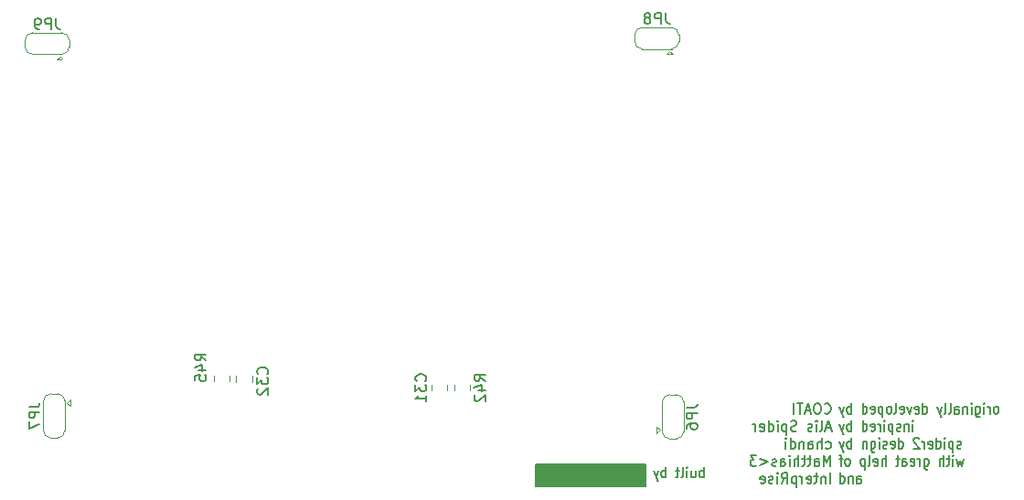
<source format=gbo>
G04 #@! TF.GenerationSoftware,KiCad,Pcbnew,8.0.1*
G04 #@! TF.CreationDate,2024-03-31T00:10:13+01:00*
G04 #@! TF.ProjectId,spider2,73706964-6572-4322-9e6b-696361645f70,rev?*
G04 #@! TF.SameCoordinates,Original*
G04 #@! TF.FileFunction,Legend,Bot*
G04 #@! TF.FilePolarity,Positive*
%FSLAX46Y46*%
G04 Gerber Fmt 4.6, Leading zero omitted, Abs format (unit mm)*
G04 Created by KiCad (PCBNEW 8.0.1) date 2024-03-31 00:10:13*
%MOMM*%
%LPD*%
G01*
G04 APERTURE LIST*
%ADD10C,0.150000*%
%ADD11C,0.200000*%
%ADD12C,0.120000*%
%ADD13C,1.600000*%
%ADD14O,1.600000X1.600000*%
%ADD15R,2.000000X2.000000*%
%ADD16C,2.000000*%
%ADD17C,0.700000*%
%ADD18O,0.900000X2.400000*%
%ADD19O,0.900000X1.700000*%
%ADD20R,1.717500X1.800000*%
%ADD21O,1.717500X1.800000*%
%ADD22R,1.600000X1.600000*%
%ADD23R,2.500000X2.500000*%
%ADD24C,1.500000*%
%ADD25O,1.000000X1.900000*%
%ADD26O,1.703200X3.203200*%
%ADD27O,1.903200X3.203200*%
%ADD28O,1.900000X1.000000*%
%ADD29O,3.203200X2.203200*%
%ADD30C,0.800000*%
%ADD31C,6.400000*%
%ADD32R,1.700000X1.700000*%
%ADD33O,1.700000X1.700000*%
%ADD34C,3.000000*%
%ADD35R,1.500000X1.500000*%
%ADD36R,1.050000X1.500000*%
%ADD37O,1.050000X1.500000*%
%ADD38C,2.400000*%
%ADD39O,2.400000X2.400000*%
%ADD40C,4.000000*%
%ADD41C,1.800000*%
%ADD42R,4.000000X4.000000*%
%ADD43R,1.800000X1.800000*%
%ADD44C,2.600000*%
%ADD45R,1.500000X1.000000*%
%ADD46R,1.000000X1.500000*%
G04 APERTURE END LIST*
D10*
X209736950Y-100470300D02*
X219875000Y-100470300D01*
X219875000Y-102529700D01*
X209736950Y-102529700D01*
X209736950Y-100470300D01*
G36*
X209736950Y-100470300D02*
G01*
X219875000Y-100470300D01*
X219875000Y-102529700D01*
X209736950Y-102529700D01*
X209736950Y-100470300D01*
G37*
D11*
X236484760Y-95706604D02*
X236528569Y-95754224D01*
X236528569Y-95754224D02*
X236659998Y-95801843D01*
X236659998Y-95801843D02*
X236747617Y-95801843D01*
X236747617Y-95801843D02*
X236879045Y-95754224D01*
X236879045Y-95754224D02*
X236966664Y-95658985D01*
X236966664Y-95658985D02*
X237010474Y-95563747D01*
X237010474Y-95563747D02*
X237054283Y-95373271D01*
X237054283Y-95373271D02*
X237054283Y-95230414D01*
X237054283Y-95230414D02*
X237010474Y-95039938D01*
X237010474Y-95039938D02*
X236966664Y-94944700D01*
X236966664Y-94944700D02*
X236879045Y-94849462D01*
X236879045Y-94849462D02*
X236747617Y-94801843D01*
X236747617Y-94801843D02*
X236659998Y-94801843D01*
X236659998Y-94801843D02*
X236528569Y-94849462D01*
X236528569Y-94849462D02*
X236484760Y-94897081D01*
X235915236Y-94801843D02*
X235739998Y-94801843D01*
X235739998Y-94801843D02*
X235652379Y-94849462D01*
X235652379Y-94849462D02*
X235564760Y-94944700D01*
X235564760Y-94944700D02*
X235520950Y-95135176D01*
X235520950Y-95135176D02*
X235520950Y-95468509D01*
X235520950Y-95468509D02*
X235564760Y-95658985D01*
X235564760Y-95658985D02*
X235652379Y-95754224D01*
X235652379Y-95754224D02*
X235739998Y-95801843D01*
X235739998Y-95801843D02*
X235915236Y-95801843D01*
X235915236Y-95801843D02*
X236002855Y-95754224D01*
X236002855Y-95754224D02*
X236090474Y-95658985D01*
X236090474Y-95658985D02*
X236134283Y-95468509D01*
X236134283Y-95468509D02*
X236134283Y-95135176D01*
X236134283Y-95135176D02*
X236090474Y-94944700D01*
X236090474Y-94944700D02*
X236002855Y-94849462D01*
X236002855Y-94849462D02*
X235915236Y-94801843D01*
X235170473Y-95516128D02*
X234732378Y-95516128D01*
X235258092Y-95801843D02*
X234951426Y-94801843D01*
X234951426Y-94801843D02*
X234644759Y-95801843D01*
X234469521Y-94801843D02*
X233943807Y-94801843D01*
X234206664Y-95801843D02*
X234206664Y-94801843D01*
X233637141Y-95801843D02*
X233637141Y-94801843D01*
X237054283Y-97126072D02*
X236616188Y-97126072D01*
X237141902Y-97411787D02*
X236835236Y-96411787D01*
X236835236Y-96411787D02*
X236528569Y-97411787D01*
X236090474Y-97411787D02*
X236178093Y-97364168D01*
X236178093Y-97364168D02*
X236221903Y-97268929D01*
X236221903Y-97268929D02*
X236221903Y-96411787D01*
X235739998Y-97411787D02*
X235739998Y-96745120D01*
X235739998Y-96411787D02*
X235783807Y-96459406D01*
X235783807Y-96459406D02*
X235739998Y-96507025D01*
X235739998Y-96507025D02*
X235696188Y-96459406D01*
X235696188Y-96459406D02*
X235739998Y-96411787D01*
X235739998Y-96411787D02*
X235739998Y-96507025D01*
X235345712Y-97364168D02*
X235258093Y-97411787D01*
X235258093Y-97411787D02*
X235082855Y-97411787D01*
X235082855Y-97411787D02*
X234995236Y-97364168D01*
X234995236Y-97364168D02*
X234951427Y-97268929D01*
X234951427Y-97268929D02*
X234951427Y-97221310D01*
X234951427Y-97221310D02*
X234995236Y-97126072D01*
X234995236Y-97126072D02*
X235082855Y-97078453D01*
X235082855Y-97078453D02*
X235214284Y-97078453D01*
X235214284Y-97078453D02*
X235301903Y-97030834D01*
X235301903Y-97030834D02*
X235345712Y-96935596D01*
X235345712Y-96935596D02*
X235345712Y-96887977D01*
X235345712Y-96887977D02*
X235301903Y-96792739D01*
X235301903Y-96792739D02*
X235214284Y-96745120D01*
X235214284Y-96745120D02*
X235082855Y-96745120D01*
X235082855Y-96745120D02*
X234995236Y-96792739D01*
X233899998Y-97364168D02*
X233768570Y-97411787D01*
X233768570Y-97411787D02*
X233549522Y-97411787D01*
X233549522Y-97411787D02*
X233461903Y-97364168D01*
X233461903Y-97364168D02*
X233418094Y-97316548D01*
X233418094Y-97316548D02*
X233374284Y-97221310D01*
X233374284Y-97221310D02*
X233374284Y-97126072D01*
X233374284Y-97126072D02*
X233418094Y-97030834D01*
X233418094Y-97030834D02*
X233461903Y-96983215D01*
X233461903Y-96983215D02*
X233549522Y-96935596D01*
X233549522Y-96935596D02*
X233724760Y-96887977D01*
X233724760Y-96887977D02*
X233812379Y-96840358D01*
X233812379Y-96840358D02*
X233856189Y-96792739D01*
X233856189Y-96792739D02*
X233899998Y-96697501D01*
X233899998Y-96697501D02*
X233899998Y-96602263D01*
X233899998Y-96602263D02*
X233856189Y-96507025D01*
X233856189Y-96507025D02*
X233812379Y-96459406D01*
X233812379Y-96459406D02*
X233724760Y-96411787D01*
X233724760Y-96411787D02*
X233505713Y-96411787D01*
X233505713Y-96411787D02*
X233374284Y-96459406D01*
X232979999Y-96745120D02*
X232979999Y-97745120D01*
X232979999Y-96792739D02*
X232892380Y-96745120D01*
X232892380Y-96745120D02*
X232717142Y-96745120D01*
X232717142Y-96745120D02*
X232629523Y-96792739D01*
X232629523Y-96792739D02*
X232585713Y-96840358D01*
X232585713Y-96840358D02*
X232541904Y-96935596D01*
X232541904Y-96935596D02*
X232541904Y-97221310D01*
X232541904Y-97221310D02*
X232585713Y-97316548D01*
X232585713Y-97316548D02*
X232629523Y-97364168D01*
X232629523Y-97364168D02*
X232717142Y-97411787D01*
X232717142Y-97411787D02*
X232892380Y-97411787D01*
X232892380Y-97411787D02*
X232979999Y-97364168D01*
X232147618Y-97411787D02*
X232147618Y-96745120D01*
X232147618Y-96411787D02*
X232191427Y-96459406D01*
X232191427Y-96459406D02*
X232147618Y-96507025D01*
X232147618Y-96507025D02*
X232103808Y-96459406D01*
X232103808Y-96459406D02*
X232147618Y-96411787D01*
X232147618Y-96411787D02*
X232147618Y-96507025D01*
X231315237Y-97411787D02*
X231315237Y-96411787D01*
X231315237Y-97364168D02*
X231402856Y-97411787D01*
X231402856Y-97411787D02*
X231578094Y-97411787D01*
X231578094Y-97411787D02*
X231665713Y-97364168D01*
X231665713Y-97364168D02*
X231709523Y-97316548D01*
X231709523Y-97316548D02*
X231753332Y-97221310D01*
X231753332Y-97221310D02*
X231753332Y-96935596D01*
X231753332Y-96935596D02*
X231709523Y-96840358D01*
X231709523Y-96840358D02*
X231665713Y-96792739D01*
X231665713Y-96792739D02*
X231578094Y-96745120D01*
X231578094Y-96745120D02*
X231402856Y-96745120D01*
X231402856Y-96745120D02*
X231315237Y-96792739D01*
X230526666Y-97364168D02*
X230614285Y-97411787D01*
X230614285Y-97411787D02*
X230789523Y-97411787D01*
X230789523Y-97411787D02*
X230877142Y-97364168D01*
X230877142Y-97364168D02*
X230920951Y-97268929D01*
X230920951Y-97268929D02*
X230920951Y-96887977D01*
X230920951Y-96887977D02*
X230877142Y-96792739D01*
X230877142Y-96792739D02*
X230789523Y-96745120D01*
X230789523Y-96745120D02*
X230614285Y-96745120D01*
X230614285Y-96745120D02*
X230526666Y-96792739D01*
X230526666Y-96792739D02*
X230482856Y-96887977D01*
X230482856Y-96887977D02*
X230482856Y-96983215D01*
X230482856Y-96983215D02*
X230920951Y-97078453D01*
X230088571Y-97411787D02*
X230088571Y-96745120D01*
X230088571Y-96935596D02*
X230044761Y-96840358D01*
X230044761Y-96840358D02*
X230000952Y-96792739D01*
X230000952Y-96792739D02*
X229913333Y-96745120D01*
X229913333Y-96745120D02*
X229825714Y-96745120D01*
X236616188Y-98974112D02*
X236703807Y-99021731D01*
X236703807Y-99021731D02*
X236879045Y-99021731D01*
X236879045Y-99021731D02*
X236966664Y-98974112D01*
X236966664Y-98974112D02*
X237010474Y-98926492D01*
X237010474Y-98926492D02*
X237054283Y-98831254D01*
X237054283Y-98831254D02*
X237054283Y-98545540D01*
X237054283Y-98545540D02*
X237010474Y-98450302D01*
X237010474Y-98450302D02*
X236966664Y-98402683D01*
X236966664Y-98402683D02*
X236879045Y-98355064D01*
X236879045Y-98355064D02*
X236703807Y-98355064D01*
X236703807Y-98355064D02*
X236616188Y-98402683D01*
X236221903Y-99021731D02*
X236221903Y-98021731D01*
X235827617Y-99021731D02*
X235827617Y-98497921D01*
X235827617Y-98497921D02*
X235871427Y-98402683D01*
X235871427Y-98402683D02*
X235959046Y-98355064D01*
X235959046Y-98355064D02*
X236090474Y-98355064D01*
X236090474Y-98355064D02*
X236178093Y-98402683D01*
X236178093Y-98402683D02*
X236221903Y-98450302D01*
X234995236Y-99021731D02*
X234995236Y-98497921D01*
X234995236Y-98497921D02*
X235039046Y-98402683D01*
X235039046Y-98402683D02*
X235126665Y-98355064D01*
X235126665Y-98355064D02*
X235301903Y-98355064D01*
X235301903Y-98355064D02*
X235389522Y-98402683D01*
X234995236Y-98974112D02*
X235082855Y-99021731D01*
X235082855Y-99021731D02*
X235301903Y-99021731D01*
X235301903Y-99021731D02*
X235389522Y-98974112D01*
X235389522Y-98974112D02*
X235433331Y-98878873D01*
X235433331Y-98878873D02*
X235433331Y-98783635D01*
X235433331Y-98783635D02*
X235389522Y-98688397D01*
X235389522Y-98688397D02*
X235301903Y-98640778D01*
X235301903Y-98640778D02*
X235082855Y-98640778D01*
X235082855Y-98640778D02*
X234995236Y-98593159D01*
X234557141Y-98355064D02*
X234557141Y-99021731D01*
X234557141Y-98450302D02*
X234513331Y-98402683D01*
X234513331Y-98402683D02*
X234425712Y-98355064D01*
X234425712Y-98355064D02*
X234294284Y-98355064D01*
X234294284Y-98355064D02*
X234206665Y-98402683D01*
X234206665Y-98402683D02*
X234162855Y-98497921D01*
X234162855Y-98497921D02*
X234162855Y-99021731D01*
X233330474Y-99021731D02*
X233330474Y-98021731D01*
X233330474Y-98974112D02*
X233418093Y-99021731D01*
X233418093Y-99021731D02*
X233593331Y-99021731D01*
X233593331Y-99021731D02*
X233680950Y-98974112D01*
X233680950Y-98974112D02*
X233724760Y-98926492D01*
X233724760Y-98926492D02*
X233768569Y-98831254D01*
X233768569Y-98831254D02*
X233768569Y-98545540D01*
X233768569Y-98545540D02*
X233724760Y-98450302D01*
X233724760Y-98450302D02*
X233680950Y-98402683D01*
X233680950Y-98402683D02*
X233593331Y-98355064D01*
X233593331Y-98355064D02*
X233418093Y-98355064D01*
X233418093Y-98355064D02*
X233330474Y-98402683D01*
X232892379Y-99021731D02*
X232892379Y-98355064D01*
X232892379Y-98021731D02*
X232936188Y-98069350D01*
X232936188Y-98069350D02*
X232892379Y-98116969D01*
X232892379Y-98116969D02*
X232848569Y-98069350D01*
X232848569Y-98069350D02*
X232892379Y-98021731D01*
X232892379Y-98021731D02*
X232892379Y-98116969D01*
X237010474Y-100631675D02*
X237010474Y-99631675D01*
X237010474Y-99631675D02*
X236703807Y-100345960D01*
X236703807Y-100345960D02*
X236397141Y-99631675D01*
X236397141Y-99631675D02*
X236397141Y-100631675D01*
X235564759Y-100631675D02*
X235564759Y-100107865D01*
X235564759Y-100107865D02*
X235608569Y-100012627D01*
X235608569Y-100012627D02*
X235696188Y-99965008D01*
X235696188Y-99965008D02*
X235871426Y-99965008D01*
X235871426Y-99965008D02*
X235959045Y-100012627D01*
X235564759Y-100584056D02*
X235652378Y-100631675D01*
X235652378Y-100631675D02*
X235871426Y-100631675D01*
X235871426Y-100631675D02*
X235959045Y-100584056D01*
X235959045Y-100584056D02*
X236002854Y-100488817D01*
X236002854Y-100488817D02*
X236002854Y-100393579D01*
X236002854Y-100393579D02*
X235959045Y-100298341D01*
X235959045Y-100298341D02*
X235871426Y-100250722D01*
X235871426Y-100250722D02*
X235652378Y-100250722D01*
X235652378Y-100250722D02*
X235564759Y-100203103D01*
X235258092Y-99965008D02*
X234907616Y-99965008D01*
X235126664Y-99631675D02*
X235126664Y-100488817D01*
X235126664Y-100488817D02*
X235082854Y-100584056D01*
X235082854Y-100584056D02*
X234995235Y-100631675D01*
X234995235Y-100631675D02*
X234907616Y-100631675D01*
X234732378Y-99965008D02*
X234381902Y-99965008D01*
X234600950Y-99631675D02*
X234600950Y-100488817D01*
X234600950Y-100488817D02*
X234557140Y-100584056D01*
X234557140Y-100584056D02*
X234469521Y-100631675D01*
X234469521Y-100631675D02*
X234381902Y-100631675D01*
X234075236Y-100631675D02*
X234075236Y-99631675D01*
X233680950Y-100631675D02*
X233680950Y-100107865D01*
X233680950Y-100107865D02*
X233724760Y-100012627D01*
X233724760Y-100012627D02*
X233812379Y-99965008D01*
X233812379Y-99965008D02*
X233943807Y-99965008D01*
X233943807Y-99965008D02*
X234031426Y-100012627D01*
X234031426Y-100012627D02*
X234075236Y-100060246D01*
X233242855Y-100631675D02*
X233242855Y-99965008D01*
X233242855Y-99631675D02*
X233286664Y-99679294D01*
X233286664Y-99679294D02*
X233242855Y-99726913D01*
X233242855Y-99726913D02*
X233199045Y-99679294D01*
X233199045Y-99679294D02*
X233242855Y-99631675D01*
X233242855Y-99631675D02*
X233242855Y-99726913D01*
X232410474Y-100631675D02*
X232410474Y-100107865D01*
X232410474Y-100107865D02*
X232454284Y-100012627D01*
X232454284Y-100012627D02*
X232541903Y-99965008D01*
X232541903Y-99965008D02*
X232717141Y-99965008D01*
X232717141Y-99965008D02*
X232804760Y-100012627D01*
X232410474Y-100584056D02*
X232498093Y-100631675D01*
X232498093Y-100631675D02*
X232717141Y-100631675D01*
X232717141Y-100631675D02*
X232804760Y-100584056D01*
X232804760Y-100584056D02*
X232848569Y-100488817D01*
X232848569Y-100488817D02*
X232848569Y-100393579D01*
X232848569Y-100393579D02*
X232804760Y-100298341D01*
X232804760Y-100298341D02*
X232717141Y-100250722D01*
X232717141Y-100250722D02*
X232498093Y-100250722D01*
X232498093Y-100250722D02*
X232410474Y-100203103D01*
X232016188Y-100584056D02*
X231928569Y-100631675D01*
X231928569Y-100631675D02*
X231753331Y-100631675D01*
X231753331Y-100631675D02*
X231665712Y-100584056D01*
X231665712Y-100584056D02*
X231621903Y-100488817D01*
X231621903Y-100488817D02*
X231621903Y-100441198D01*
X231621903Y-100441198D02*
X231665712Y-100345960D01*
X231665712Y-100345960D02*
X231753331Y-100298341D01*
X231753331Y-100298341D02*
X231884760Y-100298341D01*
X231884760Y-100298341D02*
X231972379Y-100250722D01*
X231972379Y-100250722D02*
X232016188Y-100155484D01*
X232016188Y-100155484D02*
X232016188Y-100107865D01*
X232016188Y-100107865D02*
X231972379Y-100012627D01*
X231972379Y-100012627D02*
X231884760Y-99965008D01*
X231884760Y-99965008D02*
X231753331Y-99965008D01*
X231753331Y-99965008D02*
X231665712Y-100012627D01*
X230526665Y-99965008D02*
X231227617Y-100250722D01*
X231227617Y-100250722D02*
X230526665Y-100536436D01*
X230176188Y-99631675D02*
X229606664Y-99631675D01*
X229606664Y-99631675D02*
X229913331Y-100012627D01*
X229913331Y-100012627D02*
X229781902Y-100012627D01*
X229781902Y-100012627D02*
X229694283Y-100060246D01*
X229694283Y-100060246D02*
X229650474Y-100107865D01*
X229650474Y-100107865D02*
X229606664Y-100203103D01*
X229606664Y-100203103D02*
X229606664Y-100441198D01*
X229606664Y-100441198D02*
X229650474Y-100536436D01*
X229650474Y-100536436D02*
X229694283Y-100584056D01*
X229694283Y-100584056D02*
X229781902Y-100631675D01*
X229781902Y-100631675D02*
X230044759Y-100631675D01*
X230044759Y-100631675D02*
X230132378Y-100584056D01*
X230132378Y-100584056D02*
X230176188Y-100536436D01*
X237010474Y-102241619D02*
X237010474Y-101241619D01*
X236572379Y-101574952D02*
X236572379Y-102241619D01*
X236572379Y-101670190D02*
X236528569Y-101622571D01*
X236528569Y-101622571D02*
X236440950Y-101574952D01*
X236440950Y-101574952D02*
X236309522Y-101574952D01*
X236309522Y-101574952D02*
X236221903Y-101622571D01*
X236221903Y-101622571D02*
X236178093Y-101717809D01*
X236178093Y-101717809D02*
X236178093Y-102241619D01*
X235871426Y-101574952D02*
X235520950Y-101574952D01*
X235739998Y-101241619D02*
X235739998Y-102098761D01*
X235739998Y-102098761D02*
X235696188Y-102194000D01*
X235696188Y-102194000D02*
X235608569Y-102241619D01*
X235608569Y-102241619D02*
X235520950Y-102241619D01*
X234863808Y-102194000D02*
X234951427Y-102241619D01*
X234951427Y-102241619D02*
X235126665Y-102241619D01*
X235126665Y-102241619D02*
X235214284Y-102194000D01*
X235214284Y-102194000D02*
X235258093Y-102098761D01*
X235258093Y-102098761D02*
X235258093Y-101717809D01*
X235258093Y-101717809D02*
X235214284Y-101622571D01*
X235214284Y-101622571D02*
X235126665Y-101574952D01*
X235126665Y-101574952D02*
X234951427Y-101574952D01*
X234951427Y-101574952D02*
X234863808Y-101622571D01*
X234863808Y-101622571D02*
X234819998Y-101717809D01*
X234819998Y-101717809D02*
X234819998Y-101813047D01*
X234819998Y-101813047D02*
X235258093Y-101908285D01*
X234425713Y-102241619D02*
X234425713Y-101574952D01*
X234425713Y-101765428D02*
X234381903Y-101670190D01*
X234381903Y-101670190D02*
X234338094Y-101622571D01*
X234338094Y-101622571D02*
X234250475Y-101574952D01*
X234250475Y-101574952D02*
X234162856Y-101574952D01*
X233856189Y-101574952D02*
X233856189Y-102574952D01*
X233856189Y-101622571D02*
X233768570Y-101574952D01*
X233768570Y-101574952D02*
X233593332Y-101574952D01*
X233593332Y-101574952D02*
X233505713Y-101622571D01*
X233505713Y-101622571D02*
X233461903Y-101670190D01*
X233461903Y-101670190D02*
X233418094Y-101765428D01*
X233418094Y-101765428D02*
X233418094Y-102051142D01*
X233418094Y-102051142D02*
X233461903Y-102146380D01*
X233461903Y-102146380D02*
X233505713Y-102194000D01*
X233505713Y-102194000D02*
X233593332Y-102241619D01*
X233593332Y-102241619D02*
X233768570Y-102241619D01*
X233768570Y-102241619D02*
X233856189Y-102194000D01*
X232498094Y-102241619D02*
X232804760Y-101765428D01*
X233023808Y-102241619D02*
X233023808Y-101241619D01*
X233023808Y-101241619D02*
X232673332Y-101241619D01*
X232673332Y-101241619D02*
X232585713Y-101289238D01*
X232585713Y-101289238D02*
X232541903Y-101336857D01*
X232541903Y-101336857D02*
X232498094Y-101432095D01*
X232498094Y-101432095D02*
X232498094Y-101574952D01*
X232498094Y-101574952D02*
X232541903Y-101670190D01*
X232541903Y-101670190D02*
X232585713Y-101717809D01*
X232585713Y-101717809D02*
X232673332Y-101765428D01*
X232673332Y-101765428D02*
X233023808Y-101765428D01*
X232103808Y-102241619D02*
X232103808Y-101574952D01*
X232103808Y-101241619D02*
X232147617Y-101289238D01*
X232147617Y-101289238D02*
X232103808Y-101336857D01*
X232103808Y-101336857D02*
X232059998Y-101289238D01*
X232059998Y-101289238D02*
X232103808Y-101241619D01*
X232103808Y-101241619D02*
X232103808Y-101336857D01*
X231709522Y-102194000D02*
X231621903Y-102241619D01*
X231621903Y-102241619D02*
X231446665Y-102241619D01*
X231446665Y-102241619D02*
X231359046Y-102194000D01*
X231359046Y-102194000D02*
X231315237Y-102098761D01*
X231315237Y-102098761D02*
X231315237Y-102051142D01*
X231315237Y-102051142D02*
X231359046Y-101955904D01*
X231359046Y-101955904D02*
X231446665Y-101908285D01*
X231446665Y-101908285D02*
X231578094Y-101908285D01*
X231578094Y-101908285D02*
X231665713Y-101860666D01*
X231665713Y-101860666D02*
X231709522Y-101765428D01*
X231709522Y-101765428D02*
X231709522Y-101717809D01*
X231709522Y-101717809D02*
X231665713Y-101622571D01*
X231665713Y-101622571D02*
X231578094Y-101574952D01*
X231578094Y-101574952D02*
X231446665Y-101574952D01*
X231446665Y-101574952D02*
X231359046Y-101622571D01*
X230570475Y-102194000D02*
X230658094Y-102241619D01*
X230658094Y-102241619D02*
X230833332Y-102241619D01*
X230833332Y-102241619D02*
X230920951Y-102194000D01*
X230920951Y-102194000D02*
X230964760Y-102098761D01*
X230964760Y-102098761D02*
X230964760Y-101717809D01*
X230964760Y-101717809D02*
X230920951Y-101622571D01*
X230920951Y-101622571D02*
X230833332Y-101574952D01*
X230833332Y-101574952D02*
X230658094Y-101574952D01*
X230658094Y-101574952D02*
X230570475Y-101622571D01*
X230570475Y-101622571D02*
X230526665Y-101717809D01*
X230526665Y-101717809D02*
X230526665Y-101813047D01*
X230526665Y-101813047D02*
X230964760Y-101908285D01*
D10*
X252441542Y-95780043D02*
X252522494Y-95732424D01*
X252522494Y-95732424D02*
X252562971Y-95684804D01*
X252562971Y-95684804D02*
X252603447Y-95589566D01*
X252603447Y-95589566D02*
X252603447Y-95303852D01*
X252603447Y-95303852D02*
X252562971Y-95208614D01*
X252562971Y-95208614D02*
X252522494Y-95160995D01*
X252522494Y-95160995D02*
X252441542Y-95113376D01*
X252441542Y-95113376D02*
X252320113Y-95113376D01*
X252320113Y-95113376D02*
X252239161Y-95160995D01*
X252239161Y-95160995D02*
X252198685Y-95208614D01*
X252198685Y-95208614D02*
X252158209Y-95303852D01*
X252158209Y-95303852D02*
X252158209Y-95589566D01*
X252158209Y-95589566D02*
X252198685Y-95684804D01*
X252198685Y-95684804D02*
X252239161Y-95732424D01*
X252239161Y-95732424D02*
X252320113Y-95780043D01*
X252320113Y-95780043D02*
X252441542Y-95780043D01*
X251793923Y-95780043D02*
X251793923Y-95113376D01*
X251793923Y-95303852D02*
X251753446Y-95208614D01*
X251753446Y-95208614D02*
X251712970Y-95160995D01*
X251712970Y-95160995D02*
X251632018Y-95113376D01*
X251632018Y-95113376D02*
X251551065Y-95113376D01*
X251267733Y-95780043D02*
X251267733Y-95113376D01*
X251267733Y-94780043D02*
X251308209Y-94827662D01*
X251308209Y-94827662D02*
X251267733Y-94875281D01*
X251267733Y-94875281D02*
X251227256Y-94827662D01*
X251227256Y-94827662D02*
X251267733Y-94780043D01*
X251267733Y-94780043D02*
X251267733Y-94875281D01*
X250498685Y-95113376D02*
X250498685Y-95922900D01*
X250498685Y-95922900D02*
X250539161Y-96018138D01*
X250539161Y-96018138D02*
X250579637Y-96065757D01*
X250579637Y-96065757D02*
X250660590Y-96113376D01*
X250660590Y-96113376D02*
X250782018Y-96113376D01*
X250782018Y-96113376D02*
X250862971Y-96065757D01*
X250498685Y-95732424D02*
X250579637Y-95780043D01*
X250579637Y-95780043D02*
X250741542Y-95780043D01*
X250741542Y-95780043D02*
X250822494Y-95732424D01*
X250822494Y-95732424D02*
X250862971Y-95684804D01*
X250862971Y-95684804D02*
X250903447Y-95589566D01*
X250903447Y-95589566D02*
X250903447Y-95303852D01*
X250903447Y-95303852D02*
X250862971Y-95208614D01*
X250862971Y-95208614D02*
X250822494Y-95160995D01*
X250822494Y-95160995D02*
X250741542Y-95113376D01*
X250741542Y-95113376D02*
X250579637Y-95113376D01*
X250579637Y-95113376D02*
X250498685Y-95160995D01*
X250093923Y-95780043D02*
X250093923Y-95113376D01*
X250093923Y-94780043D02*
X250134399Y-94827662D01*
X250134399Y-94827662D02*
X250093923Y-94875281D01*
X250093923Y-94875281D02*
X250053446Y-94827662D01*
X250053446Y-94827662D02*
X250093923Y-94780043D01*
X250093923Y-94780043D02*
X250093923Y-94875281D01*
X249689161Y-95113376D02*
X249689161Y-95780043D01*
X249689161Y-95208614D02*
X249648684Y-95160995D01*
X249648684Y-95160995D02*
X249567732Y-95113376D01*
X249567732Y-95113376D02*
X249446303Y-95113376D01*
X249446303Y-95113376D02*
X249365351Y-95160995D01*
X249365351Y-95160995D02*
X249324875Y-95256233D01*
X249324875Y-95256233D02*
X249324875Y-95780043D01*
X248555827Y-95780043D02*
X248555827Y-95256233D01*
X248555827Y-95256233D02*
X248596303Y-95160995D01*
X248596303Y-95160995D02*
X248677255Y-95113376D01*
X248677255Y-95113376D02*
X248839160Y-95113376D01*
X248839160Y-95113376D02*
X248920113Y-95160995D01*
X248555827Y-95732424D02*
X248636779Y-95780043D01*
X248636779Y-95780043D02*
X248839160Y-95780043D01*
X248839160Y-95780043D02*
X248920113Y-95732424D01*
X248920113Y-95732424D02*
X248960589Y-95637185D01*
X248960589Y-95637185D02*
X248960589Y-95541947D01*
X248960589Y-95541947D02*
X248920113Y-95446709D01*
X248920113Y-95446709D02*
X248839160Y-95399090D01*
X248839160Y-95399090D02*
X248636779Y-95399090D01*
X248636779Y-95399090D02*
X248555827Y-95351471D01*
X248029636Y-95780043D02*
X248110588Y-95732424D01*
X248110588Y-95732424D02*
X248151065Y-95637185D01*
X248151065Y-95637185D02*
X248151065Y-94780043D01*
X247584398Y-95780043D02*
X247665350Y-95732424D01*
X247665350Y-95732424D02*
X247705827Y-95637185D01*
X247705827Y-95637185D02*
X247705827Y-94780043D01*
X247341541Y-95113376D02*
X247139160Y-95780043D01*
X246936779Y-95113376D02*
X247139160Y-95780043D01*
X247139160Y-95780043D02*
X247220112Y-96018138D01*
X247220112Y-96018138D02*
X247260589Y-96065757D01*
X247260589Y-96065757D02*
X247341541Y-96113376D01*
X245601065Y-95780043D02*
X245601065Y-94780043D01*
X245601065Y-95732424D02*
X245682017Y-95780043D01*
X245682017Y-95780043D02*
X245843922Y-95780043D01*
X245843922Y-95780043D02*
X245924874Y-95732424D01*
X245924874Y-95732424D02*
X245965351Y-95684804D01*
X245965351Y-95684804D02*
X246005827Y-95589566D01*
X246005827Y-95589566D02*
X246005827Y-95303852D01*
X246005827Y-95303852D02*
X245965351Y-95208614D01*
X245965351Y-95208614D02*
X245924874Y-95160995D01*
X245924874Y-95160995D02*
X245843922Y-95113376D01*
X245843922Y-95113376D02*
X245682017Y-95113376D01*
X245682017Y-95113376D02*
X245601065Y-95160995D01*
X244872493Y-95732424D02*
X244953445Y-95780043D01*
X244953445Y-95780043D02*
X245115350Y-95780043D01*
X245115350Y-95780043D02*
X245196303Y-95732424D01*
X245196303Y-95732424D02*
X245236779Y-95637185D01*
X245236779Y-95637185D02*
X245236779Y-95256233D01*
X245236779Y-95256233D02*
X245196303Y-95160995D01*
X245196303Y-95160995D02*
X245115350Y-95113376D01*
X245115350Y-95113376D02*
X244953445Y-95113376D01*
X244953445Y-95113376D02*
X244872493Y-95160995D01*
X244872493Y-95160995D02*
X244832017Y-95256233D01*
X244832017Y-95256233D02*
X244832017Y-95351471D01*
X244832017Y-95351471D02*
X245236779Y-95446709D01*
X244548684Y-95113376D02*
X244346303Y-95780043D01*
X244346303Y-95780043D02*
X244143922Y-95113376D01*
X243496303Y-95732424D02*
X243577255Y-95780043D01*
X243577255Y-95780043D02*
X243739160Y-95780043D01*
X243739160Y-95780043D02*
X243820113Y-95732424D01*
X243820113Y-95732424D02*
X243860589Y-95637185D01*
X243860589Y-95637185D02*
X243860589Y-95256233D01*
X243860589Y-95256233D02*
X243820113Y-95160995D01*
X243820113Y-95160995D02*
X243739160Y-95113376D01*
X243739160Y-95113376D02*
X243577255Y-95113376D01*
X243577255Y-95113376D02*
X243496303Y-95160995D01*
X243496303Y-95160995D02*
X243455827Y-95256233D01*
X243455827Y-95256233D02*
X243455827Y-95351471D01*
X243455827Y-95351471D02*
X243860589Y-95446709D01*
X242970113Y-95780043D02*
X243051065Y-95732424D01*
X243051065Y-95732424D02*
X243091542Y-95637185D01*
X243091542Y-95637185D02*
X243091542Y-94780043D01*
X242524875Y-95780043D02*
X242605827Y-95732424D01*
X242605827Y-95732424D02*
X242646304Y-95684804D01*
X242646304Y-95684804D02*
X242686780Y-95589566D01*
X242686780Y-95589566D02*
X242686780Y-95303852D01*
X242686780Y-95303852D02*
X242646304Y-95208614D01*
X242646304Y-95208614D02*
X242605827Y-95160995D01*
X242605827Y-95160995D02*
X242524875Y-95113376D01*
X242524875Y-95113376D02*
X242403446Y-95113376D01*
X242403446Y-95113376D02*
X242322494Y-95160995D01*
X242322494Y-95160995D02*
X242282018Y-95208614D01*
X242282018Y-95208614D02*
X242241542Y-95303852D01*
X242241542Y-95303852D02*
X242241542Y-95589566D01*
X242241542Y-95589566D02*
X242282018Y-95684804D01*
X242282018Y-95684804D02*
X242322494Y-95732424D01*
X242322494Y-95732424D02*
X242403446Y-95780043D01*
X242403446Y-95780043D02*
X242524875Y-95780043D01*
X241877256Y-95113376D02*
X241877256Y-96113376D01*
X241877256Y-95160995D02*
X241796303Y-95113376D01*
X241796303Y-95113376D02*
X241634398Y-95113376D01*
X241634398Y-95113376D02*
X241553446Y-95160995D01*
X241553446Y-95160995D02*
X241512970Y-95208614D01*
X241512970Y-95208614D02*
X241472494Y-95303852D01*
X241472494Y-95303852D02*
X241472494Y-95589566D01*
X241472494Y-95589566D02*
X241512970Y-95684804D01*
X241512970Y-95684804D02*
X241553446Y-95732424D01*
X241553446Y-95732424D02*
X241634398Y-95780043D01*
X241634398Y-95780043D02*
X241796303Y-95780043D01*
X241796303Y-95780043D02*
X241877256Y-95732424D01*
X240784398Y-95732424D02*
X240865350Y-95780043D01*
X240865350Y-95780043D02*
X241027255Y-95780043D01*
X241027255Y-95780043D02*
X241108208Y-95732424D01*
X241108208Y-95732424D02*
X241148684Y-95637185D01*
X241148684Y-95637185D02*
X241148684Y-95256233D01*
X241148684Y-95256233D02*
X241108208Y-95160995D01*
X241108208Y-95160995D02*
X241027255Y-95113376D01*
X241027255Y-95113376D02*
X240865350Y-95113376D01*
X240865350Y-95113376D02*
X240784398Y-95160995D01*
X240784398Y-95160995D02*
X240743922Y-95256233D01*
X240743922Y-95256233D02*
X240743922Y-95351471D01*
X240743922Y-95351471D02*
X241148684Y-95446709D01*
X240015351Y-95780043D02*
X240015351Y-94780043D01*
X240015351Y-95732424D02*
X240096303Y-95780043D01*
X240096303Y-95780043D02*
X240258208Y-95780043D01*
X240258208Y-95780043D02*
X240339160Y-95732424D01*
X240339160Y-95732424D02*
X240379637Y-95684804D01*
X240379637Y-95684804D02*
X240420113Y-95589566D01*
X240420113Y-95589566D02*
X240420113Y-95303852D01*
X240420113Y-95303852D02*
X240379637Y-95208614D01*
X240379637Y-95208614D02*
X240339160Y-95160995D01*
X240339160Y-95160995D02*
X240258208Y-95113376D01*
X240258208Y-95113376D02*
X240096303Y-95113376D01*
X240096303Y-95113376D02*
X240015351Y-95160995D01*
X238962970Y-95780043D02*
X238962970Y-94780043D01*
X238962970Y-95160995D02*
X238882017Y-95113376D01*
X238882017Y-95113376D02*
X238720112Y-95113376D01*
X238720112Y-95113376D02*
X238639160Y-95160995D01*
X238639160Y-95160995D02*
X238598684Y-95208614D01*
X238598684Y-95208614D02*
X238558208Y-95303852D01*
X238558208Y-95303852D02*
X238558208Y-95589566D01*
X238558208Y-95589566D02*
X238598684Y-95684804D01*
X238598684Y-95684804D02*
X238639160Y-95732424D01*
X238639160Y-95732424D02*
X238720112Y-95780043D01*
X238720112Y-95780043D02*
X238882017Y-95780043D01*
X238882017Y-95780043D02*
X238962970Y-95732424D01*
X238274874Y-95113376D02*
X238072493Y-95780043D01*
X237870112Y-95113376D02*
X238072493Y-95780043D01*
X238072493Y-95780043D02*
X238153445Y-96018138D01*
X238153445Y-96018138D02*
X238193922Y-96065757D01*
X238193922Y-96065757D02*
X238274874Y-96113376D01*
X244670113Y-97389987D02*
X244670113Y-96723320D01*
X244670113Y-96389987D02*
X244710589Y-96437606D01*
X244710589Y-96437606D02*
X244670113Y-96485225D01*
X244670113Y-96485225D02*
X244629636Y-96437606D01*
X244629636Y-96437606D02*
X244670113Y-96389987D01*
X244670113Y-96389987D02*
X244670113Y-96485225D01*
X244265351Y-96723320D02*
X244265351Y-97389987D01*
X244265351Y-96818558D02*
X244224874Y-96770939D01*
X244224874Y-96770939D02*
X244143922Y-96723320D01*
X244143922Y-96723320D02*
X244022493Y-96723320D01*
X244022493Y-96723320D02*
X243941541Y-96770939D01*
X243941541Y-96770939D02*
X243901065Y-96866177D01*
X243901065Y-96866177D02*
X243901065Y-97389987D01*
X243536779Y-97342368D02*
X243455826Y-97389987D01*
X243455826Y-97389987D02*
X243293922Y-97389987D01*
X243293922Y-97389987D02*
X243212969Y-97342368D01*
X243212969Y-97342368D02*
X243172493Y-97247129D01*
X243172493Y-97247129D02*
X243172493Y-97199510D01*
X243172493Y-97199510D02*
X243212969Y-97104272D01*
X243212969Y-97104272D02*
X243293922Y-97056653D01*
X243293922Y-97056653D02*
X243415350Y-97056653D01*
X243415350Y-97056653D02*
X243496303Y-97009034D01*
X243496303Y-97009034D02*
X243536779Y-96913796D01*
X243536779Y-96913796D02*
X243536779Y-96866177D01*
X243536779Y-96866177D02*
X243496303Y-96770939D01*
X243496303Y-96770939D02*
X243415350Y-96723320D01*
X243415350Y-96723320D02*
X243293922Y-96723320D01*
X243293922Y-96723320D02*
X243212969Y-96770939D01*
X242808208Y-96723320D02*
X242808208Y-97723320D01*
X242808208Y-96770939D02*
X242727255Y-96723320D01*
X242727255Y-96723320D02*
X242565350Y-96723320D01*
X242565350Y-96723320D02*
X242484398Y-96770939D01*
X242484398Y-96770939D02*
X242443922Y-96818558D01*
X242443922Y-96818558D02*
X242403446Y-96913796D01*
X242403446Y-96913796D02*
X242403446Y-97199510D01*
X242403446Y-97199510D02*
X242443922Y-97294748D01*
X242443922Y-97294748D02*
X242484398Y-97342368D01*
X242484398Y-97342368D02*
X242565350Y-97389987D01*
X242565350Y-97389987D02*
X242727255Y-97389987D01*
X242727255Y-97389987D02*
X242808208Y-97342368D01*
X242039160Y-97389987D02*
X242039160Y-96723320D01*
X242039160Y-96389987D02*
X242079636Y-96437606D01*
X242079636Y-96437606D02*
X242039160Y-96485225D01*
X242039160Y-96485225D02*
X241998683Y-96437606D01*
X241998683Y-96437606D02*
X242039160Y-96389987D01*
X242039160Y-96389987D02*
X242039160Y-96485225D01*
X241634398Y-97389987D02*
X241634398Y-96723320D01*
X241634398Y-96913796D02*
X241593921Y-96818558D01*
X241593921Y-96818558D02*
X241553445Y-96770939D01*
X241553445Y-96770939D02*
X241472493Y-96723320D01*
X241472493Y-96723320D02*
X241391540Y-96723320D01*
X240784398Y-97342368D02*
X240865350Y-97389987D01*
X240865350Y-97389987D02*
X241027255Y-97389987D01*
X241027255Y-97389987D02*
X241108208Y-97342368D01*
X241108208Y-97342368D02*
X241148684Y-97247129D01*
X241148684Y-97247129D02*
X241148684Y-96866177D01*
X241148684Y-96866177D02*
X241108208Y-96770939D01*
X241108208Y-96770939D02*
X241027255Y-96723320D01*
X241027255Y-96723320D02*
X240865350Y-96723320D01*
X240865350Y-96723320D02*
X240784398Y-96770939D01*
X240784398Y-96770939D02*
X240743922Y-96866177D01*
X240743922Y-96866177D02*
X240743922Y-96961415D01*
X240743922Y-96961415D02*
X241148684Y-97056653D01*
X240015351Y-97389987D02*
X240015351Y-96389987D01*
X240015351Y-97342368D02*
X240096303Y-97389987D01*
X240096303Y-97389987D02*
X240258208Y-97389987D01*
X240258208Y-97389987D02*
X240339160Y-97342368D01*
X240339160Y-97342368D02*
X240379637Y-97294748D01*
X240379637Y-97294748D02*
X240420113Y-97199510D01*
X240420113Y-97199510D02*
X240420113Y-96913796D01*
X240420113Y-96913796D02*
X240379637Y-96818558D01*
X240379637Y-96818558D02*
X240339160Y-96770939D01*
X240339160Y-96770939D02*
X240258208Y-96723320D01*
X240258208Y-96723320D02*
X240096303Y-96723320D01*
X240096303Y-96723320D02*
X240015351Y-96770939D01*
X238962970Y-97389987D02*
X238962970Y-96389987D01*
X238962970Y-96770939D02*
X238882017Y-96723320D01*
X238882017Y-96723320D02*
X238720112Y-96723320D01*
X238720112Y-96723320D02*
X238639160Y-96770939D01*
X238639160Y-96770939D02*
X238598684Y-96818558D01*
X238598684Y-96818558D02*
X238558208Y-96913796D01*
X238558208Y-96913796D02*
X238558208Y-97199510D01*
X238558208Y-97199510D02*
X238598684Y-97294748D01*
X238598684Y-97294748D02*
X238639160Y-97342368D01*
X238639160Y-97342368D02*
X238720112Y-97389987D01*
X238720112Y-97389987D02*
X238882017Y-97389987D01*
X238882017Y-97389987D02*
X238962970Y-97342368D01*
X238274874Y-96723320D02*
X238072493Y-97389987D01*
X237870112Y-96723320D02*
X238072493Y-97389987D01*
X238072493Y-97389987D02*
X238153445Y-97628082D01*
X238153445Y-97628082D02*
X238193922Y-97675701D01*
X238193922Y-97675701D02*
X238274874Y-97723320D01*
X249122494Y-98952312D02*
X249041541Y-98999931D01*
X249041541Y-98999931D02*
X248879637Y-98999931D01*
X248879637Y-98999931D02*
X248798684Y-98952312D01*
X248798684Y-98952312D02*
X248758208Y-98857073D01*
X248758208Y-98857073D02*
X248758208Y-98809454D01*
X248758208Y-98809454D02*
X248798684Y-98714216D01*
X248798684Y-98714216D02*
X248879637Y-98666597D01*
X248879637Y-98666597D02*
X249001065Y-98666597D01*
X249001065Y-98666597D02*
X249082018Y-98618978D01*
X249082018Y-98618978D02*
X249122494Y-98523740D01*
X249122494Y-98523740D02*
X249122494Y-98476121D01*
X249122494Y-98476121D02*
X249082018Y-98380883D01*
X249082018Y-98380883D02*
X249001065Y-98333264D01*
X249001065Y-98333264D02*
X248879637Y-98333264D01*
X248879637Y-98333264D02*
X248798684Y-98380883D01*
X248393923Y-98333264D02*
X248393923Y-99333264D01*
X248393923Y-98380883D02*
X248312970Y-98333264D01*
X248312970Y-98333264D02*
X248151065Y-98333264D01*
X248151065Y-98333264D02*
X248070113Y-98380883D01*
X248070113Y-98380883D02*
X248029637Y-98428502D01*
X248029637Y-98428502D02*
X247989161Y-98523740D01*
X247989161Y-98523740D02*
X247989161Y-98809454D01*
X247989161Y-98809454D02*
X248029637Y-98904692D01*
X248029637Y-98904692D02*
X248070113Y-98952312D01*
X248070113Y-98952312D02*
X248151065Y-98999931D01*
X248151065Y-98999931D02*
X248312970Y-98999931D01*
X248312970Y-98999931D02*
X248393923Y-98952312D01*
X247624875Y-98999931D02*
X247624875Y-98333264D01*
X247624875Y-97999931D02*
X247665351Y-98047550D01*
X247665351Y-98047550D02*
X247624875Y-98095169D01*
X247624875Y-98095169D02*
X247584398Y-98047550D01*
X247584398Y-98047550D02*
X247624875Y-97999931D01*
X247624875Y-97999931D02*
X247624875Y-98095169D01*
X246855827Y-98999931D02*
X246855827Y-97999931D01*
X246855827Y-98952312D02*
X246936779Y-98999931D01*
X246936779Y-98999931D02*
X247098684Y-98999931D01*
X247098684Y-98999931D02*
X247179636Y-98952312D01*
X247179636Y-98952312D02*
X247220113Y-98904692D01*
X247220113Y-98904692D02*
X247260589Y-98809454D01*
X247260589Y-98809454D02*
X247260589Y-98523740D01*
X247260589Y-98523740D02*
X247220113Y-98428502D01*
X247220113Y-98428502D02*
X247179636Y-98380883D01*
X247179636Y-98380883D02*
X247098684Y-98333264D01*
X247098684Y-98333264D02*
X246936779Y-98333264D01*
X246936779Y-98333264D02*
X246855827Y-98380883D01*
X246127255Y-98952312D02*
X246208207Y-98999931D01*
X246208207Y-98999931D02*
X246370112Y-98999931D01*
X246370112Y-98999931D02*
X246451065Y-98952312D01*
X246451065Y-98952312D02*
X246491541Y-98857073D01*
X246491541Y-98857073D02*
X246491541Y-98476121D01*
X246491541Y-98476121D02*
X246451065Y-98380883D01*
X246451065Y-98380883D02*
X246370112Y-98333264D01*
X246370112Y-98333264D02*
X246208207Y-98333264D01*
X246208207Y-98333264D02*
X246127255Y-98380883D01*
X246127255Y-98380883D02*
X246086779Y-98476121D01*
X246086779Y-98476121D02*
X246086779Y-98571359D01*
X246086779Y-98571359D02*
X246491541Y-98666597D01*
X245722494Y-98999931D02*
X245722494Y-98333264D01*
X245722494Y-98523740D02*
X245682017Y-98428502D01*
X245682017Y-98428502D02*
X245641541Y-98380883D01*
X245641541Y-98380883D02*
X245560589Y-98333264D01*
X245560589Y-98333264D02*
X245479636Y-98333264D01*
X245236780Y-98095169D02*
X245196304Y-98047550D01*
X245196304Y-98047550D02*
X245115351Y-97999931D01*
X245115351Y-97999931D02*
X244912970Y-97999931D01*
X244912970Y-97999931D02*
X244832018Y-98047550D01*
X244832018Y-98047550D02*
X244791542Y-98095169D01*
X244791542Y-98095169D02*
X244751065Y-98190407D01*
X244751065Y-98190407D02*
X244751065Y-98285645D01*
X244751065Y-98285645D02*
X244791542Y-98428502D01*
X244791542Y-98428502D02*
X245277256Y-98999931D01*
X245277256Y-98999931D02*
X244751065Y-98999931D01*
X243374875Y-98999931D02*
X243374875Y-97999931D01*
X243374875Y-98952312D02*
X243455827Y-98999931D01*
X243455827Y-98999931D02*
X243617732Y-98999931D01*
X243617732Y-98999931D02*
X243698684Y-98952312D01*
X243698684Y-98952312D02*
X243739161Y-98904692D01*
X243739161Y-98904692D02*
X243779637Y-98809454D01*
X243779637Y-98809454D02*
X243779637Y-98523740D01*
X243779637Y-98523740D02*
X243739161Y-98428502D01*
X243739161Y-98428502D02*
X243698684Y-98380883D01*
X243698684Y-98380883D02*
X243617732Y-98333264D01*
X243617732Y-98333264D02*
X243455827Y-98333264D01*
X243455827Y-98333264D02*
X243374875Y-98380883D01*
X242646303Y-98952312D02*
X242727255Y-98999931D01*
X242727255Y-98999931D02*
X242889160Y-98999931D01*
X242889160Y-98999931D02*
X242970113Y-98952312D01*
X242970113Y-98952312D02*
X243010589Y-98857073D01*
X243010589Y-98857073D02*
X243010589Y-98476121D01*
X243010589Y-98476121D02*
X242970113Y-98380883D01*
X242970113Y-98380883D02*
X242889160Y-98333264D01*
X242889160Y-98333264D02*
X242727255Y-98333264D01*
X242727255Y-98333264D02*
X242646303Y-98380883D01*
X242646303Y-98380883D02*
X242605827Y-98476121D01*
X242605827Y-98476121D02*
X242605827Y-98571359D01*
X242605827Y-98571359D02*
X243010589Y-98666597D01*
X242282018Y-98952312D02*
X242201065Y-98999931D01*
X242201065Y-98999931D02*
X242039161Y-98999931D01*
X242039161Y-98999931D02*
X241958208Y-98952312D01*
X241958208Y-98952312D02*
X241917732Y-98857073D01*
X241917732Y-98857073D02*
X241917732Y-98809454D01*
X241917732Y-98809454D02*
X241958208Y-98714216D01*
X241958208Y-98714216D02*
X242039161Y-98666597D01*
X242039161Y-98666597D02*
X242160589Y-98666597D01*
X242160589Y-98666597D02*
X242241542Y-98618978D01*
X242241542Y-98618978D02*
X242282018Y-98523740D01*
X242282018Y-98523740D02*
X242282018Y-98476121D01*
X242282018Y-98476121D02*
X242241542Y-98380883D01*
X242241542Y-98380883D02*
X242160589Y-98333264D01*
X242160589Y-98333264D02*
X242039161Y-98333264D01*
X242039161Y-98333264D02*
X241958208Y-98380883D01*
X241553447Y-98999931D02*
X241553447Y-98333264D01*
X241553447Y-97999931D02*
X241593923Y-98047550D01*
X241593923Y-98047550D02*
X241553447Y-98095169D01*
X241553447Y-98095169D02*
X241512970Y-98047550D01*
X241512970Y-98047550D02*
X241553447Y-97999931D01*
X241553447Y-97999931D02*
X241553447Y-98095169D01*
X240784399Y-98333264D02*
X240784399Y-99142788D01*
X240784399Y-99142788D02*
X240824875Y-99238026D01*
X240824875Y-99238026D02*
X240865351Y-99285645D01*
X240865351Y-99285645D02*
X240946304Y-99333264D01*
X240946304Y-99333264D02*
X241067732Y-99333264D01*
X241067732Y-99333264D02*
X241148685Y-99285645D01*
X240784399Y-98952312D02*
X240865351Y-98999931D01*
X240865351Y-98999931D02*
X241027256Y-98999931D01*
X241027256Y-98999931D02*
X241108208Y-98952312D01*
X241108208Y-98952312D02*
X241148685Y-98904692D01*
X241148685Y-98904692D02*
X241189161Y-98809454D01*
X241189161Y-98809454D02*
X241189161Y-98523740D01*
X241189161Y-98523740D02*
X241148685Y-98428502D01*
X241148685Y-98428502D02*
X241108208Y-98380883D01*
X241108208Y-98380883D02*
X241027256Y-98333264D01*
X241027256Y-98333264D02*
X240865351Y-98333264D01*
X240865351Y-98333264D02*
X240784399Y-98380883D01*
X240379637Y-98333264D02*
X240379637Y-98999931D01*
X240379637Y-98428502D02*
X240339160Y-98380883D01*
X240339160Y-98380883D02*
X240258208Y-98333264D01*
X240258208Y-98333264D02*
X240136779Y-98333264D01*
X240136779Y-98333264D02*
X240055827Y-98380883D01*
X240055827Y-98380883D02*
X240015351Y-98476121D01*
X240015351Y-98476121D02*
X240015351Y-98999931D01*
X238962970Y-98999931D02*
X238962970Y-97999931D01*
X238962970Y-98380883D02*
X238882017Y-98333264D01*
X238882017Y-98333264D02*
X238720112Y-98333264D01*
X238720112Y-98333264D02*
X238639160Y-98380883D01*
X238639160Y-98380883D02*
X238598684Y-98428502D01*
X238598684Y-98428502D02*
X238558208Y-98523740D01*
X238558208Y-98523740D02*
X238558208Y-98809454D01*
X238558208Y-98809454D02*
X238598684Y-98904692D01*
X238598684Y-98904692D02*
X238639160Y-98952312D01*
X238639160Y-98952312D02*
X238720112Y-98999931D01*
X238720112Y-98999931D02*
X238882017Y-98999931D01*
X238882017Y-98999931D02*
X238962970Y-98952312D01*
X238274874Y-98333264D02*
X238072493Y-98999931D01*
X237870112Y-98333264D02*
X238072493Y-98999931D01*
X238072493Y-98999931D02*
X238153445Y-99238026D01*
X238153445Y-99238026D02*
X238193922Y-99285645D01*
X238193922Y-99285645D02*
X238274874Y-99333264D01*
X249365350Y-99943208D02*
X249203445Y-100609875D01*
X249203445Y-100609875D02*
X249041540Y-100133684D01*
X249041540Y-100133684D02*
X248879636Y-100609875D01*
X248879636Y-100609875D02*
X248717731Y-99943208D01*
X248393922Y-100609875D02*
X248393922Y-99943208D01*
X248393922Y-99609875D02*
X248434398Y-99657494D01*
X248434398Y-99657494D02*
X248393922Y-99705113D01*
X248393922Y-99705113D02*
X248353445Y-99657494D01*
X248353445Y-99657494D02*
X248393922Y-99609875D01*
X248393922Y-99609875D02*
X248393922Y-99705113D01*
X248110588Y-99943208D02*
X247786779Y-99943208D01*
X247989160Y-99609875D02*
X247989160Y-100467017D01*
X247989160Y-100467017D02*
X247948683Y-100562256D01*
X247948683Y-100562256D02*
X247867731Y-100609875D01*
X247867731Y-100609875D02*
X247786779Y-100609875D01*
X247503446Y-100609875D02*
X247503446Y-99609875D01*
X247139160Y-100609875D02*
X247139160Y-100086065D01*
X247139160Y-100086065D02*
X247179636Y-99990827D01*
X247179636Y-99990827D02*
X247260588Y-99943208D01*
X247260588Y-99943208D02*
X247382017Y-99943208D01*
X247382017Y-99943208D02*
X247462969Y-99990827D01*
X247462969Y-99990827D02*
X247503446Y-100038446D01*
X245722493Y-99943208D02*
X245722493Y-100752732D01*
X245722493Y-100752732D02*
X245762969Y-100847970D01*
X245762969Y-100847970D02*
X245803445Y-100895589D01*
X245803445Y-100895589D02*
X245884398Y-100943208D01*
X245884398Y-100943208D02*
X246005826Y-100943208D01*
X246005826Y-100943208D02*
X246086779Y-100895589D01*
X245722493Y-100562256D02*
X245803445Y-100609875D01*
X245803445Y-100609875D02*
X245965350Y-100609875D01*
X245965350Y-100609875D02*
X246046302Y-100562256D01*
X246046302Y-100562256D02*
X246086779Y-100514636D01*
X246086779Y-100514636D02*
X246127255Y-100419398D01*
X246127255Y-100419398D02*
X246127255Y-100133684D01*
X246127255Y-100133684D02*
X246086779Y-100038446D01*
X246086779Y-100038446D02*
X246046302Y-99990827D01*
X246046302Y-99990827D02*
X245965350Y-99943208D01*
X245965350Y-99943208D02*
X245803445Y-99943208D01*
X245803445Y-99943208D02*
X245722493Y-99990827D01*
X245317731Y-100609875D02*
X245317731Y-99943208D01*
X245317731Y-100133684D02*
X245277254Y-100038446D01*
X245277254Y-100038446D02*
X245236778Y-99990827D01*
X245236778Y-99990827D02*
X245155826Y-99943208D01*
X245155826Y-99943208D02*
X245074873Y-99943208D01*
X244467731Y-100562256D02*
X244548683Y-100609875D01*
X244548683Y-100609875D02*
X244710588Y-100609875D01*
X244710588Y-100609875D02*
X244791541Y-100562256D01*
X244791541Y-100562256D02*
X244832017Y-100467017D01*
X244832017Y-100467017D02*
X244832017Y-100086065D01*
X244832017Y-100086065D02*
X244791541Y-99990827D01*
X244791541Y-99990827D02*
X244710588Y-99943208D01*
X244710588Y-99943208D02*
X244548683Y-99943208D01*
X244548683Y-99943208D02*
X244467731Y-99990827D01*
X244467731Y-99990827D02*
X244427255Y-100086065D01*
X244427255Y-100086065D02*
X244427255Y-100181303D01*
X244427255Y-100181303D02*
X244832017Y-100276541D01*
X243698684Y-100609875D02*
X243698684Y-100086065D01*
X243698684Y-100086065D02*
X243739160Y-99990827D01*
X243739160Y-99990827D02*
X243820112Y-99943208D01*
X243820112Y-99943208D02*
X243982017Y-99943208D01*
X243982017Y-99943208D02*
X244062970Y-99990827D01*
X243698684Y-100562256D02*
X243779636Y-100609875D01*
X243779636Y-100609875D02*
X243982017Y-100609875D01*
X243982017Y-100609875D02*
X244062970Y-100562256D01*
X244062970Y-100562256D02*
X244103446Y-100467017D01*
X244103446Y-100467017D02*
X244103446Y-100371779D01*
X244103446Y-100371779D02*
X244062970Y-100276541D01*
X244062970Y-100276541D02*
X243982017Y-100228922D01*
X243982017Y-100228922D02*
X243779636Y-100228922D01*
X243779636Y-100228922D02*
X243698684Y-100181303D01*
X243415350Y-99943208D02*
X243091541Y-99943208D01*
X243293922Y-99609875D02*
X243293922Y-100467017D01*
X243293922Y-100467017D02*
X243253445Y-100562256D01*
X243253445Y-100562256D02*
X243172493Y-100609875D01*
X243172493Y-100609875D02*
X243091541Y-100609875D01*
X242160589Y-100609875D02*
X242160589Y-99609875D01*
X241796303Y-100609875D02*
X241796303Y-100086065D01*
X241796303Y-100086065D02*
X241836779Y-99990827D01*
X241836779Y-99990827D02*
X241917731Y-99943208D01*
X241917731Y-99943208D02*
X242039160Y-99943208D01*
X242039160Y-99943208D02*
X242120112Y-99990827D01*
X242120112Y-99990827D02*
X242160589Y-100038446D01*
X241067731Y-100562256D02*
X241148683Y-100609875D01*
X241148683Y-100609875D02*
X241310588Y-100609875D01*
X241310588Y-100609875D02*
X241391541Y-100562256D01*
X241391541Y-100562256D02*
X241432017Y-100467017D01*
X241432017Y-100467017D02*
X241432017Y-100086065D01*
X241432017Y-100086065D02*
X241391541Y-99990827D01*
X241391541Y-99990827D02*
X241310588Y-99943208D01*
X241310588Y-99943208D02*
X241148683Y-99943208D01*
X241148683Y-99943208D02*
X241067731Y-99990827D01*
X241067731Y-99990827D02*
X241027255Y-100086065D01*
X241027255Y-100086065D02*
X241027255Y-100181303D01*
X241027255Y-100181303D02*
X241432017Y-100276541D01*
X240541541Y-100609875D02*
X240622493Y-100562256D01*
X240622493Y-100562256D02*
X240662970Y-100467017D01*
X240662970Y-100467017D02*
X240662970Y-99609875D01*
X240217732Y-99943208D02*
X240217732Y-100943208D01*
X240217732Y-99990827D02*
X240136779Y-99943208D01*
X240136779Y-99943208D02*
X239974874Y-99943208D01*
X239974874Y-99943208D02*
X239893922Y-99990827D01*
X239893922Y-99990827D02*
X239853446Y-100038446D01*
X239853446Y-100038446D02*
X239812970Y-100133684D01*
X239812970Y-100133684D02*
X239812970Y-100419398D01*
X239812970Y-100419398D02*
X239853446Y-100514636D01*
X239853446Y-100514636D02*
X239893922Y-100562256D01*
X239893922Y-100562256D02*
X239974874Y-100609875D01*
X239974874Y-100609875D02*
X240136779Y-100609875D01*
X240136779Y-100609875D02*
X240217732Y-100562256D01*
X238679636Y-100609875D02*
X238760588Y-100562256D01*
X238760588Y-100562256D02*
X238801065Y-100514636D01*
X238801065Y-100514636D02*
X238841541Y-100419398D01*
X238841541Y-100419398D02*
X238841541Y-100133684D01*
X238841541Y-100133684D02*
X238801065Y-100038446D01*
X238801065Y-100038446D02*
X238760588Y-99990827D01*
X238760588Y-99990827D02*
X238679636Y-99943208D01*
X238679636Y-99943208D02*
X238558207Y-99943208D01*
X238558207Y-99943208D02*
X238477255Y-99990827D01*
X238477255Y-99990827D02*
X238436779Y-100038446D01*
X238436779Y-100038446D02*
X238396303Y-100133684D01*
X238396303Y-100133684D02*
X238396303Y-100419398D01*
X238396303Y-100419398D02*
X238436779Y-100514636D01*
X238436779Y-100514636D02*
X238477255Y-100562256D01*
X238477255Y-100562256D02*
X238558207Y-100609875D01*
X238558207Y-100609875D02*
X238679636Y-100609875D01*
X238153445Y-99943208D02*
X237829636Y-99943208D01*
X238032017Y-100609875D02*
X238032017Y-99752732D01*
X238032017Y-99752732D02*
X237991540Y-99657494D01*
X237991540Y-99657494D02*
X237910588Y-99609875D01*
X237910588Y-99609875D02*
X237829636Y-99609875D01*
X239489161Y-102219819D02*
X239489161Y-101696009D01*
X239489161Y-101696009D02*
X239529637Y-101600771D01*
X239529637Y-101600771D02*
X239610589Y-101553152D01*
X239610589Y-101553152D02*
X239772494Y-101553152D01*
X239772494Y-101553152D02*
X239853447Y-101600771D01*
X239489161Y-102172200D02*
X239570113Y-102219819D01*
X239570113Y-102219819D02*
X239772494Y-102219819D01*
X239772494Y-102219819D02*
X239853447Y-102172200D01*
X239853447Y-102172200D02*
X239893923Y-102076961D01*
X239893923Y-102076961D02*
X239893923Y-101981723D01*
X239893923Y-101981723D02*
X239853447Y-101886485D01*
X239853447Y-101886485D02*
X239772494Y-101838866D01*
X239772494Y-101838866D02*
X239570113Y-101838866D01*
X239570113Y-101838866D02*
X239489161Y-101791247D01*
X239084399Y-101553152D02*
X239084399Y-102219819D01*
X239084399Y-101648390D02*
X239043922Y-101600771D01*
X239043922Y-101600771D02*
X238962970Y-101553152D01*
X238962970Y-101553152D02*
X238841541Y-101553152D01*
X238841541Y-101553152D02*
X238760589Y-101600771D01*
X238760589Y-101600771D02*
X238720113Y-101696009D01*
X238720113Y-101696009D02*
X238720113Y-102219819D01*
X237951065Y-102219819D02*
X237951065Y-101219819D01*
X237951065Y-102172200D02*
X238032017Y-102219819D01*
X238032017Y-102219819D02*
X238193922Y-102219819D01*
X238193922Y-102219819D02*
X238274874Y-102172200D01*
X238274874Y-102172200D02*
X238315351Y-102124580D01*
X238315351Y-102124580D02*
X238355827Y-102029342D01*
X238355827Y-102029342D02*
X238355827Y-101743628D01*
X238355827Y-101743628D02*
X238315351Y-101648390D01*
X238315351Y-101648390D02*
X238274874Y-101600771D01*
X238274874Y-101600771D02*
X238193922Y-101553152D01*
X238193922Y-101553152D02*
X238032017Y-101553152D01*
X238032017Y-101553152D02*
X237951065Y-101600771D01*
X225296349Y-101699519D02*
X225296349Y-100699519D01*
X225296349Y-101080471D02*
X225215396Y-101032852D01*
X225215396Y-101032852D02*
X225053491Y-101032852D01*
X225053491Y-101032852D02*
X224972539Y-101080471D01*
X224972539Y-101080471D02*
X224932063Y-101128090D01*
X224932063Y-101128090D02*
X224891587Y-101223328D01*
X224891587Y-101223328D02*
X224891587Y-101509042D01*
X224891587Y-101509042D02*
X224932063Y-101604280D01*
X224932063Y-101604280D02*
X224972539Y-101651900D01*
X224972539Y-101651900D02*
X225053491Y-101699519D01*
X225053491Y-101699519D02*
X225215396Y-101699519D01*
X225215396Y-101699519D02*
X225296349Y-101651900D01*
X224163015Y-101032852D02*
X224163015Y-101699519D01*
X224527301Y-101032852D02*
X224527301Y-101556661D01*
X224527301Y-101556661D02*
X224486824Y-101651900D01*
X224486824Y-101651900D02*
X224405872Y-101699519D01*
X224405872Y-101699519D02*
X224284443Y-101699519D01*
X224284443Y-101699519D02*
X224203491Y-101651900D01*
X224203491Y-101651900D02*
X224163015Y-101604280D01*
X223758253Y-101699519D02*
X223758253Y-101032852D01*
X223758253Y-100699519D02*
X223798729Y-100747138D01*
X223798729Y-100747138D02*
X223758253Y-100794757D01*
X223758253Y-100794757D02*
X223717776Y-100747138D01*
X223717776Y-100747138D02*
X223758253Y-100699519D01*
X223758253Y-100699519D02*
X223758253Y-100794757D01*
X223232062Y-101699519D02*
X223313014Y-101651900D01*
X223313014Y-101651900D02*
X223353491Y-101556661D01*
X223353491Y-101556661D02*
X223353491Y-100699519D01*
X223029681Y-101032852D02*
X222705872Y-101032852D01*
X222908253Y-100699519D02*
X222908253Y-101556661D01*
X222908253Y-101556661D02*
X222867776Y-101651900D01*
X222867776Y-101651900D02*
X222786824Y-101699519D01*
X222786824Y-101699519D02*
X222705872Y-101699519D01*
X221774920Y-101699519D02*
X221774920Y-100699519D01*
X221774920Y-101080471D02*
X221693967Y-101032852D01*
X221693967Y-101032852D02*
X221532062Y-101032852D01*
X221532062Y-101032852D02*
X221451110Y-101080471D01*
X221451110Y-101080471D02*
X221410634Y-101128090D01*
X221410634Y-101128090D02*
X221370158Y-101223328D01*
X221370158Y-101223328D02*
X221370158Y-101509042D01*
X221370158Y-101509042D02*
X221410634Y-101604280D01*
X221410634Y-101604280D02*
X221451110Y-101651900D01*
X221451110Y-101651900D02*
X221532062Y-101699519D01*
X221532062Y-101699519D02*
X221693967Y-101699519D01*
X221693967Y-101699519D02*
X221774920Y-101651900D01*
X221086824Y-101032852D02*
X220884443Y-101699519D01*
X220682062Y-101032852D02*
X220884443Y-101699519D01*
X220884443Y-101699519D02*
X220965395Y-101937614D01*
X220965395Y-101937614D02*
X221005872Y-101985233D01*
X221005872Y-101985233D02*
X221086824Y-102032852D01*
X179204819Y-90857142D02*
X178728628Y-90523809D01*
X179204819Y-90285714D02*
X178204819Y-90285714D01*
X178204819Y-90285714D02*
X178204819Y-90666666D01*
X178204819Y-90666666D02*
X178252438Y-90761904D01*
X178252438Y-90761904D02*
X178300057Y-90809523D01*
X178300057Y-90809523D02*
X178395295Y-90857142D01*
X178395295Y-90857142D02*
X178538152Y-90857142D01*
X178538152Y-90857142D02*
X178633390Y-90809523D01*
X178633390Y-90809523D02*
X178681009Y-90761904D01*
X178681009Y-90761904D02*
X178728628Y-90666666D01*
X178728628Y-90666666D02*
X178728628Y-90285714D01*
X178538152Y-91714285D02*
X179204819Y-91714285D01*
X178157200Y-91476190D02*
X178871485Y-91238095D01*
X178871485Y-91238095D02*
X178871485Y-91857142D01*
X178204819Y-92714285D02*
X178204819Y-92238095D01*
X178204819Y-92238095D02*
X178681009Y-92190476D01*
X178681009Y-92190476D02*
X178633390Y-92238095D01*
X178633390Y-92238095D02*
X178585771Y-92333333D01*
X178585771Y-92333333D02*
X178585771Y-92571428D01*
X178585771Y-92571428D02*
X178633390Y-92666666D01*
X178633390Y-92666666D02*
X178681009Y-92714285D01*
X178681009Y-92714285D02*
X178776247Y-92761904D01*
X178776247Y-92761904D02*
X179014342Y-92761904D01*
X179014342Y-92761904D02*
X179109580Y-92714285D01*
X179109580Y-92714285D02*
X179157200Y-92666666D01*
X179157200Y-92666666D02*
X179204819Y-92571428D01*
X179204819Y-92571428D02*
X179204819Y-92333333D01*
X179204819Y-92333333D02*
X179157200Y-92238095D01*
X179157200Y-92238095D02*
X179109580Y-92190476D01*
X205050819Y-92731442D02*
X204574628Y-92398109D01*
X205050819Y-92160014D02*
X204050819Y-92160014D01*
X204050819Y-92160014D02*
X204050819Y-92540966D01*
X204050819Y-92540966D02*
X204098438Y-92636204D01*
X204098438Y-92636204D02*
X204146057Y-92683823D01*
X204146057Y-92683823D02*
X204241295Y-92731442D01*
X204241295Y-92731442D02*
X204384152Y-92731442D01*
X204384152Y-92731442D02*
X204479390Y-92683823D01*
X204479390Y-92683823D02*
X204527009Y-92636204D01*
X204527009Y-92636204D02*
X204574628Y-92540966D01*
X204574628Y-92540966D02*
X204574628Y-92160014D01*
X204384152Y-93588585D02*
X205050819Y-93588585D01*
X204003200Y-93350490D02*
X204717485Y-93112395D01*
X204717485Y-93112395D02*
X204717485Y-93731442D01*
X204146057Y-94064776D02*
X204098438Y-94112395D01*
X204098438Y-94112395D02*
X204050819Y-94207633D01*
X204050819Y-94207633D02*
X204050819Y-94445728D01*
X204050819Y-94445728D02*
X204098438Y-94540966D01*
X204098438Y-94540966D02*
X204146057Y-94588585D01*
X204146057Y-94588585D02*
X204241295Y-94636204D01*
X204241295Y-94636204D02*
X204336533Y-94636204D01*
X204336533Y-94636204D02*
X204479390Y-94588585D01*
X204479390Y-94588585D02*
X205050819Y-94017157D01*
X205050819Y-94017157D02*
X205050819Y-94636204D01*
X223708019Y-95229466D02*
X224422304Y-95229466D01*
X224422304Y-95229466D02*
X224565161Y-95181847D01*
X224565161Y-95181847D02*
X224660400Y-95086609D01*
X224660400Y-95086609D02*
X224708019Y-94943752D01*
X224708019Y-94943752D02*
X224708019Y-94848514D01*
X224708019Y-95705657D02*
X223708019Y-95705657D01*
X223708019Y-95705657D02*
X223708019Y-96086609D01*
X223708019Y-96086609D02*
X223755638Y-96181847D01*
X223755638Y-96181847D02*
X223803257Y-96229466D01*
X223803257Y-96229466D02*
X223898495Y-96277085D01*
X223898495Y-96277085D02*
X224041352Y-96277085D01*
X224041352Y-96277085D02*
X224136590Y-96229466D01*
X224136590Y-96229466D02*
X224184209Y-96181847D01*
X224184209Y-96181847D02*
X224231828Y-96086609D01*
X224231828Y-96086609D02*
X224231828Y-95705657D01*
X223708019Y-97134228D02*
X223708019Y-96943752D01*
X223708019Y-96943752D02*
X223755638Y-96848514D01*
X223755638Y-96848514D02*
X223803257Y-96800895D01*
X223803257Y-96800895D02*
X223946114Y-96705657D01*
X223946114Y-96705657D02*
X224136590Y-96658038D01*
X224136590Y-96658038D02*
X224517542Y-96658038D01*
X224517542Y-96658038D02*
X224612780Y-96705657D01*
X224612780Y-96705657D02*
X224660400Y-96753276D01*
X224660400Y-96753276D02*
X224708019Y-96848514D01*
X224708019Y-96848514D02*
X224708019Y-97038990D01*
X224708019Y-97038990D02*
X224660400Y-97134228D01*
X224660400Y-97134228D02*
X224612780Y-97181847D01*
X224612780Y-97181847D02*
X224517542Y-97229466D01*
X224517542Y-97229466D02*
X224279447Y-97229466D01*
X224279447Y-97229466D02*
X224184209Y-97181847D01*
X224184209Y-97181847D02*
X224136590Y-97134228D01*
X224136590Y-97134228D02*
X224088971Y-97038990D01*
X224088971Y-97038990D02*
X224088971Y-96848514D01*
X224088971Y-96848514D02*
X224136590Y-96753276D01*
X224136590Y-96753276D02*
X224184209Y-96705657D01*
X224184209Y-96705657D02*
X224279447Y-96658038D01*
X221783333Y-58654819D02*
X221783333Y-59369104D01*
X221783333Y-59369104D02*
X221830952Y-59511961D01*
X221830952Y-59511961D02*
X221926190Y-59607200D01*
X221926190Y-59607200D02*
X222069047Y-59654819D01*
X222069047Y-59654819D02*
X222164285Y-59654819D01*
X221307142Y-59654819D02*
X221307142Y-58654819D01*
X221307142Y-58654819D02*
X220926190Y-58654819D01*
X220926190Y-58654819D02*
X220830952Y-58702438D01*
X220830952Y-58702438D02*
X220783333Y-58750057D01*
X220783333Y-58750057D02*
X220735714Y-58845295D01*
X220735714Y-58845295D02*
X220735714Y-58988152D01*
X220735714Y-58988152D02*
X220783333Y-59083390D01*
X220783333Y-59083390D02*
X220830952Y-59131009D01*
X220830952Y-59131009D02*
X220926190Y-59178628D01*
X220926190Y-59178628D02*
X221307142Y-59178628D01*
X220164285Y-59083390D02*
X220259523Y-59035771D01*
X220259523Y-59035771D02*
X220307142Y-58988152D01*
X220307142Y-58988152D02*
X220354761Y-58892914D01*
X220354761Y-58892914D02*
X220354761Y-58845295D01*
X220354761Y-58845295D02*
X220307142Y-58750057D01*
X220307142Y-58750057D02*
X220259523Y-58702438D01*
X220259523Y-58702438D02*
X220164285Y-58654819D01*
X220164285Y-58654819D02*
X219973809Y-58654819D01*
X219973809Y-58654819D02*
X219878571Y-58702438D01*
X219878571Y-58702438D02*
X219830952Y-58750057D01*
X219830952Y-58750057D02*
X219783333Y-58845295D01*
X219783333Y-58845295D02*
X219783333Y-58892914D01*
X219783333Y-58892914D02*
X219830952Y-58988152D01*
X219830952Y-58988152D02*
X219878571Y-59035771D01*
X219878571Y-59035771D02*
X219973809Y-59083390D01*
X219973809Y-59083390D02*
X220164285Y-59083390D01*
X220164285Y-59083390D02*
X220259523Y-59131009D01*
X220259523Y-59131009D02*
X220307142Y-59178628D01*
X220307142Y-59178628D02*
X220354761Y-59273866D01*
X220354761Y-59273866D02*
X220354761Y-59464342D01*
X220354761Y-59464342D02*
X220307142Y-59559580D01*
X220307142Y-59559580D02*
X220259523Y-59607200D01*
X220259523Y-59607200D02*
X220164285Y-59654819D01*
X220164285Y-59654819D02*
X219973809Y-59654819D01*
X219973809Y-59654819D02*
X219878571Y-59607200D01*
X219878571Y-59607200D02*
X219830952Y-59559580D01*
X219830952Y-59559580D02*
X219783333Y-59464342D01*
X219783333Y-59464342D02*
X219783333Y-59273866D01*
X219783333Y-59273866D02*
X219830952Y-59178628D01*
X219830952Y-59178628D02*
X219878571Y-59131009D01*
X219878571Y-59131009D02*
X219973809Y-59083390D01*
X184859580Y-92107142D02*
X184907200Y-92059523D01*
X184907200Y-92059523D02*
X184954819Y-91916666D01*
X184954819Y-91916666D02*
X184954819Y-91821428D01*
X184954819Y-91821428D02*
X184907200Y-91678571D01*
X184907200Y-91678571D02*
X184811961Y-91583333D01*
X184811961Y-91583333D02*
X184716723Y-91535714D01*
X184716723Y-91535714D02*
X184526247Y-91488095D01*
X184526247Y-91488095D02*
X184383390Y-91488095D01*
X184383390Y-91488095D02*
X184192914Y-91535714D01*
X184192914Y-91535714D02*
X184097676Y-91583333D01*
X184097676Y-91583333D02*
X184002438Y-91678571D01*
X184002438Y-91678571D02*
X183954819Y-91821428D01*
X183954819Y-91821428D02*
X183954819Y-91916666D01*
X183954819Y-91916666D02*
X184002438Y-92059523D01*
X184002438Y-92059523D02*
X184050057Y-92107142D01*
X183954819Y-92440476D02*
X183954819Y-93059523D01*
X183954819Y-93059523D02*
X184335771Y-92726190D01*
X184335771Y-92726190D02*
X184335771Y-92869047D01*
X184335771Y-92869047D02*
X184383390Y-92964285D01*
X184383390Y-92964285D02*
X184431009Y-93011904D01*
X184431009Y-93011904D02*
X184526247Y-93059523D01*
X184526247Y-93059523D02*
X184764342Y-93059523D01*
X184764342Y-93059523D02*
X184859580Y-93011904D01*
X184859580Y-93011904D02*
X184907200Y-92964285D01*
X184907200Y-92964285D02*
X184954819Y-92869047D01*
X184954819Y-92869047D02*
X184954819Y-92583333D01*
X184954819Y-92583333D02*
X184907200Y-92488095D01*
X184907200Y-92488095D02*
X184859580Y-92440476D01*
X184050057Y-93440476D02*
X184002438Y-93488095D01*
X184002438Y-93488095D02*
X183954819Y-93583333D01*
X183954819Y-93583333D02*
X183954819Y-93821428D01*
X183954819Y-93821428D02*
X184002438Y-93916666D01*
X184002438Y-93916666D02*
X184050057Y-93964285D01*
X184050057Y-93964285D02*
X184145295Y-94011904D01*
X184145295Y-94011904D02*
X184240533Y-94011904D01*
X184240533Y-94011904D02*
X184383390Y-93964285D01*
X184383390Y-93964285D02*
X184954819Y-93392857D01*
X184954819Y-93392857D02*
X184954819Y-94011904D01*
X199517380Y-92752942D02*
X199565000Y-92705323D01*
X199565000Y-92705323D02*
X199612619Y-92562466D01*
X199612619Y-92562466D02*
X199612619Y-92467228D01*
X199612619Y-92467228D02*
X199565000Y-92324371D01*
X199565000Y-92324371D02*
X199469761Y-92229133D01*
X199469761Y-92229133D02*
X199374523Y-92181514D01*
X199374523Y-92181514D02*
X199184047Y-92133895D01*
X199184047Y-92133895D02*
X199041190Y-92133895D01*
X199041190Y-92133895D02*
X198850714Y-92181514D01*
X198850714Y-92181514D02*
X198755476Y-92229133D01*
X198755476Y-92229133D02*
X198660238Y-92324371D01*
X198660238Y-92324371D02*
X198612619Y-92467228D01*
X198612619Y-92467228D02*
X198612619Y-92562466D01*
X198612619Y-92562466D02*
X198660238Y-92705323D01*
X198660238Y-92705323D02*
X198707857Y-92752942D01*
X198612619Y-93086276D02*
X198612619Y-93705323D01*
X198612619Y-93705323D02*
X198993571Y-93371990D01*
X198993571Y-93371990D02*
X198993571Y-93514847D01*
X198993571Y-93514847D02*
X199041190Y-93610085D01*
X199041190Y-93610085D02*
X199088809Y-93657704D01*
X199088809Y-93657704D02*
X199184047Y-93705323D01*
X199184047Y-93705323D02*
X199422142Y-93705323D01*
X199422142Y-93705323D02*
X199517380Y-93657704D01*
X199517380Y-93657704D02*
X199565000Y-93610085D01*
X199565000Y-93610085D02*
X199612619Y-93514847D01*
X199612619Y-93514847D02*
X199612619Y-93229133D01*
X199612619Y-93229133D02*
X199565000Y-93133895D01*
X199565000Y-93133895D02*
X199517380Y-93086276D01*
X199612619Y-94657704D02*
X199612619Y-94086276D01*
X199612619Y-94371990D02*
X198612619Y-94371990D01*
X198612619Y-94371990D02*
X198755476Y-94276752D01*
X198755476Y-94276752D02*
X198850714Y-94181514D01*
X198850714Y-94181514D02*
X198898333Y-94086276D01*
X165333333Y-59154819D02*
X165333333Y-59869104D01*
X165333333Y-59869104D02*
X165380952Y-60011961D01*
X165380952Y-60011961D02*
X165476190Y-60107200D01*
X165476190Y-60107200D02*
X165619047Y-60154819D01*
X165619047Y-60154819D02*
X165714285Y-60154819D01*
X164857142Y-60154819D02*
X164857142Y-59154819D01*
X164857142Y-59154819D02*
X164476190Y-59154819D01*
X164476190Y-59154819D02*
X164380952Y-59202438D01*
X164380952Y-59202438D02*
X164333333Y-59250057D01*
X164333333Y-59250057D02*
X164285714Y-59345295D01*
X164285714Y-59345295D02*
X164285714Y-59488152D01*
X164285714Y-59488152D02*
X164333333Y-59583390D01*
X164333333Y-59583390D02*
X164380952Y-59631009D01*
X164380952Y-59631009D02*
X164476190Y-59678628D01*
X164476190Y-59678628D02*
X164857142Y-59678628D01*
X163809523Y-60154819D02*
X163619047Y-60154819D01*
X163619047Y-60154819D02*
X163523809Y-60107200D01*
X163523809Y-60107200D02*
X163476190Y-60059580D01*
X163476190Y-60059580D02*
X163380952Y-59916723D01*
X163380952Y-59916723D02*
X163333333Y-59726247D01*
X163333333Y-59726247D02*
X163333333Y-59345295D01*
X163333333Y-59345295D02*
X163380952Y-59250057D01*
X163380952Y-59250057D02*
X163428571Y-59202438D01*
X163428571Y-59202438D02*
X163523809Y-59154819D01*
X163523809Y-59154819D02*
X163714285Y-59154819D01*
X163714285Y-59154819D02*
X163809523Y-59202438D01*
X163809523Y-59202438D02*
X163857142Y-59250057D01*
X163857142Y-59250057D02*
X163904761Y-59345295D01*
X163904761Y-59345295D02*
X163904761Y-59583390D01*
X163904761Y-59583390D02*
X163857142Y-59678628D01*
X163857142Y-59678628D02*
X163809523Y-59726247D01*
X163809523Y-59726247D02*
X163714285Y-59773866D01*
X163714285Y-59773866D02*
X163523809Y-59773866D01*
X163523809Y-59773866D02*
X163428571Y-59726247D01*
X163428571Y-59726247D02*
X163380952Y-59678628D01*
X163380952Y-59678628D02*
X163333333Y-59583390D01*
X162805619Y-95148666D02*
X163519904Y-95148666D01*
X163519904Y-95148666D02*
X163662761Y-95101047D01*
X163662761Y-95101047D02*
X163758000Y-95005809D01*
X163758000Y-95005809D02*
X163805619Y-94862952D01*
X163805619Y-94862952D02*
X163805619Y-94767714D01*
X163805619Y-95624857D02*
X162805619Y-95624857D01*
X162805619Y-95624857D02*
X162805619Y-96005809D01*
X162805619Y-96005809D02*
X162853238Y-96101047D01*
X162853238Y-96101047D02*
X162900857Y-96148666D01*
X162900857Y-96148666D02*
X162996095Y-96196285D01*
X162996095Y-96196285D02*
X163138952Y-96196285D01*
X163138952Y-96196285D02*
X163234190Y-96148666D01*
X163234190Y-96148666D02*
X163281809Y-96101047D01*
X163281809Y-96101047D02*
X163329428Y-96005809D01*
X163329428Y-96005809D02*
X163329428Y-95624857D01*
X162805619Y-96529619D02*
X162805619Y-97196285D01*
X162805619Y-97196285D02*
X163805619Y-96767714D01*
D12*
X179909800Y-92289136D02*
X179909800Y-92743264D01*
X181379800Y-92289136D02*
X181379800Y-92743264D01*
X202211000Y-93147236D02*
X202211000Y-93601364D01*
X203681000Y-93147236D02*
X203681000Y-93601364D01*
X220953200Y-96962800D02*
X220953200Y-97562800D01*
X220953200Y-96962800D02*
X221253200Y-97262800D01*
X220953200Y-97562800D02*
X221253200Y-97262800D01*
X221453200Y-97462800D02*
X221453200Y-94662800D01*
X222153200Y-94012800D02*
X222753200Y-94012800D01*
X222753200Y-98112800D02*
X222153200Y-98112800D01*
X223453200Y-94662800D02*
X223453200Y-97462800D01*
X221453200Y-94712800D02*
G75*
G02*
X222153200Y-94012800I700000J0D01*
G01*
X222153200Y-98112800D02*
G75*
G02*
X221453200Y-97412800I-1J699999D01*
G01*
X222753200Y-94012800D02*
G75*
G02*
X223453200Y-94712800I0J-700000D01*
G01*
X223453200Y-97412800D02*
G75*
G02*
X222753200Y-98112800I-699999J-1D01*
G01*
X218900000Y-61300000D02*
X218900000Y-60700000D01*
X219550000Y-60000000D02*
X222350000Y-60000000D01*
X221850000Y-62500000D02*
X222150000Y-62200000D01*
X221850000Y-62500000D02*
X222450000Y-62500000D01*
X222350000Y-62000000D02*
X219550000Y-62000000D01*
X222450000Y-62500000D02*
X222150000Y-62200000D01*
X223000000Y-60700000D02*
X223000000Y-61300000D01*
X218900000Y-60700000D02*
G75*
G02*
X219600000Y-60000000I700000J0D01*
G01*
X219600000Y-62000000D02*
G75*
G02*
X218900000Y-61300000I0J700000D01*
G01*
X222300000Y-60000000D02*
G75*
G02*
X223000000Y-60700000I1J-699999D01*
G01*
X223000000Y-61300000D02*
G75*
G02*
X222300000Y-62000000I-699999J-1D01*
G01*
X181992600Y-92814952D02*
X181992600Y-92292448D01*
X183462600Y-92814952D02*
X183462600Y-92292448D01*
X200102800Y-93657052D02*
X200102800Y-93134548D01*
X201572800Y-93657052D02*
X201572800Y-93134548D01*
X162450000Y-61800000D02*
X162450000Y-61200000D01*
X163100000Y-60500000D02*
X165900000Y-60500000D01*
X165400000Y-63000000D02*
X165700000Y-62700000D01*
X165400000Y-63000000D02*
X166000000Y-63000000D01*
X165900000Y-62500000D02*
X163100000Y-62500000D01*
X166000000Y-63000000D02*
X165700000Y-62700000D01*
X166550000Y-61200000D02*
X166550000Y-61800000D01*
X162450000Y-61200000D02*
G75*
G02*
X163150000Y-60500000I700000J0D01*
G01*
X163150000Y-62500000D02*
G75*
G02*
X162450000Y-61800000I0J700000D01*
G01*
X165850000Y-60500000D02*
G75*
G02*
X166550000Y-61200000I1J-699999D01*
G01*
X166550000Y-61800000D02*
G75*
G02*
X165850000Y-62500000I-699999J-1D01*
G01*
X164150800Y-97382000D02*
X164150800Y-94582000D01*
X164850800Y-93932000D02*
X165450800Y-93932000D01*
X165450800Y-98032000D02*
X164850800Y-98032000D01*
X166150800Y-94582000D02*
X166150800Y-97382000D01*
X166650800Y-94482000D02*
X166350800Y-94782000D01*
X166650800Y-95082000D02*
X166350800Y-94782000D01*
X166650800Y-95082000D02*
X166650800Y-94482000D01*
X164150800Y-94632000D02*
G75*
G02*
X164850800Y-93932000I699999J1D01*
G01*
X164850800Y-98032000D02*
G75*
G02*
X164150800Y-97332000I0J700000D01*
G01*
X165450800Y-93932000D02*
G75*
G02*
X166150800Y-94632000I1J-699999D01*
G01*
X166150800Y-97332000D02*
G75*
G02*
X165450800Y-98032000I-700000J0D01*
G01*
%LPC*%
D13*
X171975000Y-64135000D03*
D14*
X171975000Y-74295000D03*
D13*
X147599400Y-34823400D03*
X152679400Y-34823400D03*
G36*
G01*
X147199400Y-41643400D02*
X147999400Y-41643400D01*
G75*
G02*
X148399400Y-42043400I0J-400000D01*
G01*
X148399400Y-42843400D01*
G75*
G02*
X147999400Y-43243400I-400000J0D01*
G01*
X147199400Y-43243400D01*
G75*
G02*
X146799400Y-42843400I0J400000D01*
G01*
X146799400Y-42043400D01*
G75*
G02*
X147199400Y-41643400I400000J0D01*
G01*
G37*
X150139400Y-42443400D03*
X152679400Y-42443400D03*
X147599400Y-39903400D03*
X150139400Y-39903400D03*
X152679400Y-39903400D03*
X262920000Y-52200000D03*
D14*
X273080000Y-52200000D03*
D15*
X218620000Y-67000000D03*
D16*
X221160000Y-67000000D03*
X223700000Y-67000000D03*
X218620000Y-72080000D03*
X221160000Y-72080000D03*
X223700000Y-72080000D03*
D13*
X230650000Y-33400000D03*
X225650000Y-33400000D03*
X244875000Y-36200000D03*
D14*
X234715000Y-36200000D03*
D17*
X165725000Y-37575000D03*
X164875000Y-37575000D03*
X164025000Y-37575000D03*
X163175000Y-37575000D03*
X162325000Y-37575000D03*
X161475000Y-37575000D03*
X160625000Y-37575000D03*
X159775000Y-37575000D03*
X159775000Y-36225000D03*
X160625000Y-36225000D03*
X161475000Y-36225000D03*
X162325000Y-36225000D03*
X163175000Y-36225000D03*
X164025000Y-36225000D03*
X164875000Y-36225000D03*
X165725000Y-36225000D03*
D18*
X167075000Y-36595000D03*
D19*
X167075000Y-33215000D03*
D18*
X158425000Y-36595000D03*
D19*
X158425000Y-33215000D03*
D13*
X187800000Y-61600000D03*
D14*
X187800000Y-51440000D03*
D20*
X142950000Y-67000000D03*
D21*
X145240000Y-67000000D03*
X147530000Y-67000000D03*
D13*
X263120000Y-81300000D03*
D14*
X273280000Y-81300000D03*
D13*
X181800000Y-82425000D03*
X181800000Y-87425000D03*
X207645000Y-51333400D03*
X207645000Y-56333400D03*
X196850000Y-86475000D03*
X196850000Y-81475000D03*
X211480400Y-56337200D03*
X211480400Y-51337200D03*
X209300000Y-82980000D03*
D14*
X209300000Y-72820000D03*
D22*
X149620000Y-69750000D03*
D14*
X142000000Y-69750000D03*
D13*
X178275000Y-82880000D03*
D14*
X178275000Y-72720000D03*
D13*
X139700000Y-52959000D03*
D14*
X139700000Y-42799000D03*
D13*
X202800000Y-32550000D03*
D14*
X202800000Y-42710000D03*
D13*
X232600000Y-54625000D03*
D14*
X232600000Y-64785000D03*
D13*
X205525000Y-82000000D03*
X205525000Y-87000000D03*
D23*
X181356000Y-32385000D03*
D24*
X240099112Y-90500000D03*
D25*
X242349112Y-87200000D03*
D26*
X244099112Y-88100000D03*
D27*
X236599112Y-88100000D03*
D25*
X237849112Y-87200000D03*
D28*
X240099112Y-85800000D03*
D29*
X240099112Y-92600000D03*
D30*
X248019532Y-36102461D03*
X248722476Y-34405405D03*
X248722476Y-37799517D03*
X250419532Y-33702461D03*
D31*
X250419532Y-36102461D03*
D30*
X250419532Y-38502461D03*
X252116588Y-34405405D03*
X252116588Y-37799517D03*
X252819532Y-36102461D03*
D13*
X189850000Y-86450000D03*
X189850000Y-81450000D03*
X200500000Y-69450000D03*
X200500000Y-64450000D03*
X214700000Y-32640000D03*
D14*
X214700000Y-42800000D03*
D13*
X196350000Y-37000000D03*
X196350000Y-34000000D03*
X191950000Y-42000000D03*
X196350000Y-41000000D03*
D32*
X155800000Y-46090000D03*
D33*
X155800000Y-43550000D03*
D13*
X189200000Y-100200000D03*
D14*
X189200000Y-90040000D03*
D13*
X212177000Y-99568000D03*
X207177000Y-99568000D03*
D22*
X205765400Y-68808600D03*
D13*
X205765400Y-66308600D03*
X176425000Y-85600000D03*
X176425000Y-90600000D03*
X232925000Y-46200000D03*
X232925000Y-41200000D03*
X191600000Y-61595000D03*
D14*
X191600000Y-51435000D03*
D13*
X261200000Y-93230000D03*
D14*
X261200000Y-83070000D03*
D13*
X249645000Y-66950000D03*
D14*
X259805000Y-66950000D03*
D34*
X226300000Y-86450000D03*
D16*
X228430000Y-92800000D03*
X217000000Y-92800000D03*
D34*
X228430000Y-89650000D03*
X217000000Y-89650000D03*
X228430000Y-96000000D03*
X217000000Y-96000000D03*
X228430000Y-83300000D03*
X217000000Y-83300000D03*
D13*
X156425000Y-50275000D03*
D14*
X146265000Y-50275000D03*
D34*
X168800000Y-86450000D03*
D16*
X170930000Y-92800000D03*
X159500000Y-92800000D03*
D34*
X170930000Y-89650000D03*
X159500000Y-89650000D03*
X170930000Y-96000000D03*
X159500000Y-96000000D03*
X170930000Y-83300000D03*
X159500000Y-83300000D03*
D13*
X145500000Y-82500000D03*
D14*
X155660000Y-82500000D03*
D13*
X212550000Y-60100000D03*
D14*
X212550000Y-70260000D03*
D13*
X249745000Y-81400000D03*
D14*
X259905000Y-81400000D03*
D13*
X198800000Y-100320000D03*
D14*
X198800000Y-90160000D03*
D13*
X165129200Y-43750000D03*
X170129200Y-43750000D03*
D35*
X192120004Y-89159163D03*
D13*
X249220000Y-52150000D03*
D14*
X259380000Y-52150000D03*
D13*
X203809600Y-61722000D03*
D14*
X203809600Y-51562000D03*
D13*
X234675000Y-32825000D03*
D14*
X244835000Y-32825000D03*
D13*
X236195000Y-66725000D03*
D14*
X246355000Y-66725000D03*
D22*
X183750000Y-44182380D03*
D13*
X183750000Y-41682380D03*
X197100000Y-76225000D03*
X192100000Y-76225000D03*
X142500000Y-72170000D03*
D14*
X142500000Y-82330000D03*
D13*
X247100000Y-82250000D03*
D14*
X247100000Y-92410000D03*
D24*
X240100000Y-61433333D03*
D25*
X242350000Y-58133333D03*
D26*
X244100000Y-59033333D03*
D27*
X236600000Y-59033333D03*
D25*
X237850000Y-58133333D03*
D28*
X240100000Y-56733333D03*
D29*
X240100000Y-63533333D03*
D36*
X145020000Y-91250000D03*
D37*
X143750000Y-91250000D03*
X142480000Y-91250000D03*
D13*
X175641000Y-95758000D03*
X180641000Y-95758000D03*
D24*
X240100000Y-75966666D03*
D25*
X242350000Y-72666666D03*
D26*
X244100000Y-73566666D03*
D27*
X236600000Y-73566666D03*
D25*
X237850000Y-72666666D03*
D28*
X240100000Y-71266666D03*
D29*
X240100000Y-78066666D03*
D13*
X152250000Y-76190000D03*
D14*
X152250000Y-66030000D03*
D24*
X177174065Y-59268249D03*
D25*
X179424065Y-55968249D03*
D26*
X181174065Y-56868249D03*
D27*
X173674065Y-56868249D03*
D25*
X174924065Y-55968249D03*
D28*
X177174065Y-54568249D03*
D29*
X177174065Y-61368249D03*
D30*
X228260142Y-71088261D03*
X228963086Y-69391205D03*
X228963086Y-72785317D03*
X230660142Y-68688261D03*
D31*
X230660142Y-71088261D03*
D30*
X230660142Y-73488261D03*
X232357198Y-69391205D03*
X232357198Y-72785317D03*
X233060142Y-71088261D03*
D13*
X143002000Y-52959000D03*
D14*
X143002000Y-42799000D03*
D24*
X268100000Y-47000000D03*
D25*
X270350000Y-43700000D03*
D26*
X272100000Y-44600000D03*
D27*
X264600000Y-44600000D03*
D25*
X265850000Y-43700000D03*
D28*
X268100000Y-42300000D03*
D29*
X268100000Y-49100000D03*
D13*
X184000000Y-63600000D03*
X184000000Y-58600000D03*
D38*
X259100000Y-32190000D03*
D39*
X259100000Y-39810000D03*
D35*
X184277000Y-32385000D03*
D22*
X160925000Y-43175000D03*
D13*
X160925000Y-45675000D03*
D40*
X159217564Y-56780906D03*
X168017564Y-56780906D03*
D41*
X166117564Y-63780906D03*
X163617564Y-63780906D03*
X161117564Y-63780906D03*
D13*
X188750000Y-69062600D03*
X188750000Y-64062600D03*
D35*
X186817000Y-32385000D03*
X189357000Y-32385000D03*
D15*
X166152500Y-72090000D03*
D16*
X163612500Y-72090000D03*
X161072500Y-72090000D03*
X166152500Y-67010000D03*
X163612500Y-67010000D03*
X161072500Y-67010000D03*
D36*
X145000000Y-86500000D03*
D37*
X143730000Y-86500000D03*
X142460000Y-86500000D03*
D13*
X145500000Y-79000000D03*
D14*
X155660000Y-79000000D03*
D13*
X185100000Y-100200000D03*
D14*
X185100000Y-90040000D03*
D24*
X268100000Y-76000000D03*
D25*
X270350000Y-72700000D03*
D26*
X272100000Y-73600000D03*
D27*
X264600000Y-73600000D03*
D25*
X265850000Y-72700000D03*
D28*
X268100000Y-71300000D03*
D29*
X268100000Y-78100000D03*
D32*
X139850000Y-60250000D03*
D33*
X139850000Y-62790000D03*
D13*
X175225000Y-82835000D03*
D14*
X175225000Y-72675000D03*
D30*
X250278178Y-99588332D03*
X250981122Y-97891276D03*
X250981122Y-101285388D03*
X252678178Y-97188332D03*
D31*
X252678178Y-99588332D03*
D30*
X252678178Y-101988332D03*
X254375234Y-97891276D03*
X254375234Y-101285388D03*
X255078178Y-99588332D03*
D13*
X236270000Y-52150000D03*
D14*
X246430000Y-52150000D03*
D13*
X218750000Y-32640000D03*
D14*
X218750000Y-42800000D03*
D13*
X211350000Y-37000000D03*
X211350000Y-34000000D03*
X206950000Y-42000000D03*
X211350000Y-41000000D03*
D24*
X268100000Y-61500000D03*
D25*
X270350000Y-58200000D03*
D26*
X272100000Y-59100000D03*
D27*
X264600000Y-59100000D03*
D25*
X265850000Y-58200000D03*
D28*
X268100000Y-56800000D03*
D29*
X268100000Y-63600000D03*
D24*
X240100000Y-46900000D03*
D25*
X242350000Y-43600000D03*
D26*
X244100000Y-44500000D03*
D27*
X236600000Y-44500000D03*
D25*
X237850000Y-43600000D03*
D28*
X240100000Y-42200000D03*
D29*
X240100000Y-49000000D03*
D22*
X222375000Y-37100000D03*
D14*
X222375000Y-39640000D03*
X222375000Y-42180000D03*
X222375000Y-44720000D03*
X229995000Y-44720000D03*
X229995000Y-42180000D03*
X229995000Y-39640000D03*
X229995000Y-37100000D03*
D13*
X263120000Y-66750000D03*
D14*
X273280000Y-66750000D03*
D13*
X233260000Y-92180000D03*
D14*
X233260000Y-82020000D03*
D13*
X188722000Y-76276200D03*
X188722000Y-71276200D03*
X211800000Y-48750000D03*
D14*
X221960000Y-48750000D03*
D24*
X254100000Y-61500000D03*
D25*
X256350000Y-58200000D03*
D26*
X258100000Y-59100000D03*
D27*
X250600000Y-59100000D03*
D25*
X251850000Y-58200000D03*
D28*
X254100000Y-56800000D03*
D29*
X254100000Y-63600000D03*
D24*
X254100000Y-76000000D03*
D25*
X256350000Y-72700000D03*
D26*
X258100000Y-73600000D03*
D27*
X250600000Y-73600000D03*
D25*
X251850000Y-72700000D03*
D28*
X254100000Y-71300000D03*
D29*
X254100000Y-78100000D03*
D24*
X254100000Y-47000000D03*
D25*
X256350000Y-43700000D03*
D26*
X258100000Y-44600000D03*
D27*
X250600000Y-44600000D03*
D25*
X251850000Y-43700000D03*
D28*
X254100000Y-42300000D03*
D29*
X254100000Y-49100000D03*
D13*
X212600000Y-82985000D03*
D14*
X212600000Y-72825000D03*
D13*
X202600000Y-100360000D03*
D14*
X202600000Y-90200000D03*
D13*
X172347600Y-44196000D03*
X177347600Y-44196000D03*
X184000000Y-51400000D03*
X184000000Y-56400000D03*
D24*
X150165198Y-59269712D03*
D25*
X152415198Y-55969712D03*
D26*
X154165198Y-56869712D03*
D27*
X146665198Y-56869712D03*
D25*
X147915198Y-55969712D03*
D28*
X150165198Y-54569712D03*
D29*
X150165198Y-61369712D03*
D42*
X194056000Y-100584000D03*
D24*
X254099112Y-90500000D03*
D25*
X256349112Y-87200000D03*
D26*
X258099112Y-88100000D03*
D27*
X250599112Y-88100000D03*
D25*
X251849112Y-87200000D03*
D28*
X254099112Y-85800000D03*
D29*
X254099112Y-92600000D03*
D24*
X268100000Y-90500000D03*
D25*
X270350000Y-87200000D03*
D26*
X272100000Y-88100000D03*
D27*
X264600000Y-88100000D03*
D25*
X265850000Y-87200000D03*
D28*
X268100000Y-85800000D03*
D29*
X268100000Y-92600000D03*
D13*
X175700000Y-100500000D03*
X180700000Y-100500000D03*
X188750000Y-37250000D03*
D14*
X188750000Y-47410000D03*
D13*
X170641261Y-31877000D03*
X170641261Y-36877000D03*
X139250000Y-93160000D03*
D14*
X139250000Y-83000000D03*
D13*
X171704000Y-48133000D03*
X176704000Y-48133000D03*
D35*
X195961000Y-89154000D03*
D43*
X148875000Y-88725000D03*
D41*
X151415000Y-88725000D03*
D13*
X199600000Y-32570000D03*
D14*
X199600000Y-42730000D03*
D13*
X229450000Y-64800000D03*
D14*
X229450000Y-54640000D03*
D13*
X212304000Y-94361000D03*
X207304000Y-94361000D03*
D40*
X216749930Y-56700000D03*
X225549930Y-56700000D03*
D41*
X223649930Y-63700000D03*
X221149930Y-63700000D03*
X218649930Y-63700000D03*
D13*
X199694800Y-61722000D03*
D14*
X199694800Y-51562000D03*
D13*
X245080000Y-81225000D03*
D14*
X234920000Y-81225000D03*
D44*
X174752000Y-37592000D03*
X179752000Y-37592000D03*
D13*
X155250000Y-76150000D03*
D14*
X155250000Y-65990000D03*
D43*
X147670000Y-98300000D03*
D41*
X150210000Y-98300000D03*
X152750000Y-98300000D03*
D30*
X139840000Y-97590000D03*
X140542944Y-95892944D03*
X140542944Y-99287056D03*
X142240000Y-95190000D03*
D31*
X142240000Y-97590000D03*
D30*
X142240000Y-99990000D03*
X143937056Y-95892944D03*
X143937056Y-99287056D03*
X144640000Y-97590000D03*
D13*
X224000000Y-48760000D03*
D14*
X234160000Y-48760000D03*
D13*
X139350000Y-77840000D03*
D14*
X139350000Y-67680000D03*
D13*
X211400000Y-85650000D03*
X211400000Y-90650000D03*
D22*
X183388000Y-69400000D03*
D13*
X183388000Y-66900000D03*
D30*
X138994600Y-37691600D03*
X139697544Y-35994544D03*
X139697544Y-39388656D03*
X141394600Y-35291600D03*
D31*
X141394600Y-37691600D03*
D30*
X141394600Y-40091600D03*
X143091656Y-35994544D03*
X143091656Y-39388656D03*
X143794600Y-37691600D03*
G36*
G01*
X181094800Y-94116200D02*
X180194800Y-94116200D01*
G75*
G02*
X179944800Y-93866200I0J250000D01*
G01*
X179944800Y-93166200D01*
G75*
G02*
X180194800Y-92916200I250000J0D01*
G01*
X181094800Y-92916200D01*
G75*
G02*
X181344800Y-93166200I0J-250000D01*
G01*
X181344800Y-93866200D01*
G75*
G02*
X181094800Y-94116200I-250000J0D01*
G01*
G37*
G36*
G01*
X181094800Y-92116200D02*
X180194800Y-92116200D01*
G75*
G02*
X179944800Y-91866200I0J250000D01*
G01*
X179944800Y-91166200D01*
G75*
G02*
X180194800Y-90916200I250000J0D01*
G01*
X181094800Y-90916200D01*
G75*
G02*
X181344800Y-91166200I0J-250000D01*
G01*
X181344800Y-91866200D01*
G75*
G02*
X181094800Y-92116200I-250000J0D01*
G01*
G37*
G36*
G01*
X203396000Y-94974300D02*
X202496000Y-94974300D01*
G75*
G02*
X202246000Y-94724300I0J250000D01*
G01*
X202246000Y-94024300D01*
G75*
G02*
X202496000Y-93774300I250000J0D01*
G01*
X203396000Y-93774300D01*
G75*
G02*
X203646000Y-94024300I0J-250000D01*
G01*
X203646000Y-94724300D01*
G75*
G02*
X203396000Y-94974300I-250000J0D01*
G01*
G37*
G36*
G01*
X203396000Y-92974300D02*
X202496000Y-92974300D01*
G75*
G02*
X202246000Y-92724300I0J250000D01*
G01*
X202246000Y-92024300D01*
G75*
G02*
X202496000Y-91774300I250000J0D01*
G01*
X203396000Y-91774300D01*
G75*
G02*
X203646000Y-92024300I0J-250000D01*
G01*
X203646000Y-92724300D01*
G75*
G02*
X203396000Y-92974300I-250000J0D01*
G01*
G37*
G36*
X223203200Y-96812800D02*
G01*
X223203200Y-97362800D01*
X223198111Y-97362800D01*
X223198111Y-97433957D01*
X223158016Y-97570508D01*
X223081075Y-97690230D01*
X222973520Y-97783427D01*
X222844066Y-97842546D01*
X222703200Y-97862800D01*
X222203200Y-97862800D01*
X222062334Y-97842546D01*
X221932880Y-97783427D01*
X221825325Y-97690230D01*
X221748384Y-97570508D01*
X221708289Y-97433957D01*
X221708289Y-97362800D01*
X221703200Y-97362800D01*
X221703200Y-96812800D01*
X223203200Y-96812800D01*
G37*
D45*
X222453200Y-96062800D03*
G36*
X221708289Y-94762800D02*
G01*
X221708289Y-94691643D01*
X221748384Y-94555092D01*
X221825325Y-94435370D01*
X221932880Y-94342173D01*
X222062334Y-94283054D01*
X222203200Y-94262800D01*
X222703200Y-94262800D01*
X222844066Y-94283054D01*
X222973520Y-94342173D01*
X223081075Y-94435370D01*
X223158016Y-94555092D01*
X223198111Y-94691643D01*
X223198111Y-94762800D01*
X223203200Y-94762800D01*
X223203200Y-95312800D01*
X221703200Y-95312800D01*
X221703200Y-94762800D01*
X221708289Y-94762800D01*
G37*
G36*
X221700000Y-60250000D02*
G01*
X222250000Y-60250000D01*
X222250000Y-60255089D01*
X222321157Y-60255089D01*
X222457708Y-60295184D01*
X222577430Y-60372125D01*
X222670627Y-60479680D01*
X222729746Y-60609134D01*
X222750000Y-60750000D01*
X222750000Y-61250000D01*
X222729746Y-61390866D01*
X222670627Y-61520320D01*
X222577430Y-61627875D01*
X222457708Y-61704816D01*
X222321157Y-61744911D01*
X222250000Y-61744911D01*
X222250000Y-61750000D01*
X221700000Y-61750000D01*
X221700000Y-60250000D01*
G37*
D46*
X220950000Y-61000000D03*
G36*
X219650000Y-61744911D02*
G01*
X219578843Y-61744911D01*
X219442292Y-61704816D01*
X219322570Y-61627875D01*
X219229373Y-61520320D01*
X219170254Y-61390866D01*
X219150000Y-61250000D01*
X219150000Y-60750000D01*
X219170254Y-60609134D01*
X219229373Y-60479680D01*
X219322570Y-60372125D01*
X219442292Y-60295184D01*
X219578843Y-60255089D01*
X219650000Y-60255089D01*
X219650000Y-60250000D01*
X220200000Y-60250000D01*
X220200000Y-61750000D01*
X219650000Y-61750000D01*
X219650000Y-61744911D01*
G37*
G36*
G01*
X182252600Y-90928700D02*
X183202600Y-90928700D01*
G75*
G02*
X183452600Y-91178700I0J-250000D01*
G01*
X183452600Y-91853700D01*
G75*
G02*
X183202600Y-92103700I-250000J0D01*
G01*
X182252600Y-92103700D01*
G75*
G02*
X182002600Y-91853700I0J250000D01*
G01*
X182002600Y-91178700D01*
G75*
G02*
X182252600Y-90928700I250000J0D01*
G01*
G37*
G36*
G01*
X182252600Y-93003700D02*
X183202600Y-93003700D01*
G75*
G02*
X183452600Y-93253700I0J-250000D01*
G01*
X183452600Y-93928700D01*
G75*
G02*
X183202600Y-94178700I-250000J0D01*
G01*
X182252600Y-94178700D01*
G75*
G02*
X182002600Y-93928700I0J250000D01*
G01*
X182002600Y-93253700D01*
G75*
G02*
X182252600Y-93003700I250000J0D01*
G01*
G37*
G36*
G01*
X200362800Y-91770800D02*
X201312800Y-91770800D01*
G75*
G02*
X201562800Y-92020800I0J-250000D01*
G01*
X201562800Y-92695800D01*
G75*
G02*
X201312800Y-92945800I-250000J0D01*
G01*
X200362800Y-92945800D01*
G75*
G02*
X200112800Y-92695800I0J250000D01*
G01*
X200112800Y-92020800D01*
G75*
G02*
X200362800Y-91770800I250000J0D01*
G01*
G37*
G36*
G01*
X200362800Y-93845800D02*
X201312800Y-93845800D01*
G75*
G02*
X201562800Y-94095800I0J-250000D01*
G01*
X201562800Y-94770800D01*
G75*
G02*
X201312800Y-95020800I-250000J0D01*
G01*
X200362800Y-95020800D01*
G75*
G02*
X200112800Y-94770800I0J250000D01*
G01*
X200112800Y-94095800D01*
G75*
G02*
X200362800Y-93845800I250000J0D01*
G01*
G37*
G36*
X165250000Y-60750000D02*
G01*
X165800000Y-60750000D01*
X165800000Y-60755089D01*
X165871157Y-60755089D01*
X166007708Y-60795184D01*
X166127430Y-60872125D01*
X166220627Y-60979680D01*
X166279746Y-61109134D01*
X166300000Y-61250000D01*
X166300000Y-61750000D01*
X166279746Y-61890866D01*
X166220627Y-62020320D01*
X166127430Y-62127875D01*
X166007708Y-62204816D01*
X165871157Y-62244911D01*
X165800000Y-62244911D01*
X165800000Y-62250000D01*
X165250000Y-62250000D01*
X165250000Y-60750000D01*
G37*
X164500000Y-61500000D03*
G36*
X163200000Y-62244911D02*
G01*
X163128843Y-62244911D01*
X162992292Y-62204816D01*
X162872570Y-62127875D01*
X162779373Y-62020320D01*
X162720254Y-61890866D01*
X162700000Y-61750000D01*
X162700000Y-61250000D01*
X162720254Y-61109134D01*
X162779373Y-60979680D01*
X162872570Y-60872125D01*
X162992292Y-60795184D01*
X163128843Y-60755089D01*
X163200000Y-60755089D01*
X163200000Y-60750000D01*
X163750000Y-60750000D01*
X163750000Y-62250000D01*
X163200000Y-62250000D01*
X163200000Y-62244911D01*
G37*
G36*
X164400800Y-95232000D02*
G01*
X164400800Y-94682000D01*
X164405889Y-94682000D01*
X164405889Y-94610843D01*
X164445984Y-94474292D01*
X164522925Y-94354570D01*
X164630480Y-94261373D01*
X164759934Y-94202254D01*
X164900800Y-94182000D01*
X165400800Y-94182000D01*
X165541666Y-94202254D01*
X165671120Y-94261373D01*
X165778675Y-94354570D01*
X165855616Y-94474292D01*
X165895711Y-94610843D01*
X165895711Y-94682000D01*
X165900800Y-94682000D01*
X165900800Y-95232000D01*
X164400800Y-95232000D01*
G37*
D45*
X165150800Y-95982000D03*
G36*
X165895711Y-97282000D02*
G01*
X165895711Y-97353157D01*
X165855616Y-97489708D01*
X165778675Y-97609430D01*
X165671120Y-97702627D01*
X165541666Y-97761746D01*
X165400800Y-97782000D01*
X164900800Y-97782000D01*
X164759934Y-97761746D01*
X164630480Y-97702627D01*
X164522925Y-97609430D01*
X164445984Y-97489708D01*
X164405889Y-97353157D01*
X164405889Y-97282000D01*
X164400800Y-97282000D01*
X164400800Y-96732000D01*
X165900800Y-96732000D01*
X165900800Y-97282000D01*
X165895711Y-97282000D01*
G37*
%LPD*%
M02*

</source>
